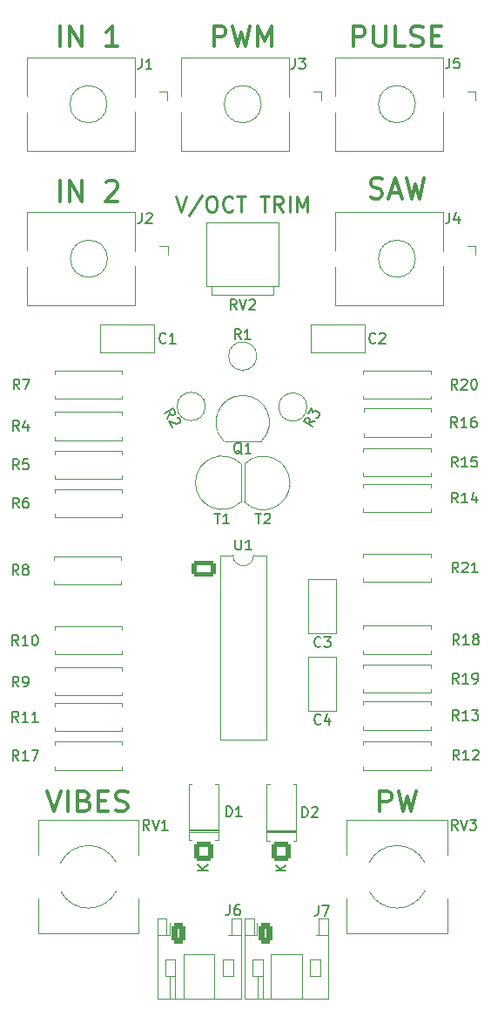
<source format=gbr>
%TF.GenerationSoftware,KiCad,Pcbnew,9.0.4*%
%TF.CreationDate,2026-02-02T18:02:09+11:00*%
%TF.ProjectId,VCO,56434f2e-6b69-4636-9164-5f7063625858,rev?*%
%TF.SameCoordinates,Original*%
%TF.FileFunction,Legend,Top*%
%TF.FilePolarity,Positive*%
%FSLAX46Y46*%
G04 Gerber Fmt 4.6, Leading zero omitted, Abs format (unit mm)*
G04 Created by KiCad (PCBNEW 9.0.4) date 2026-02-02 18:02:09*
%MOMM*%
%LPD*%
G01*
G04 APERTURE LIST*
G04 Aperture macros list*
%AMRoundRect*
0 Rectangle with rounded corners*
0 $1 Rounding radius*
0 $2 $3 $4 $5 $6 $7 $8 $9 X,Y pos of 4 corners*
0 Add a 4 corners polygon primitive as box body*
4,1,4,$2,$3,$4,$5,$6,$7,$8,$9,$2,$3,0*
0 Add four circle primitives for the rounded corners*
1,1,$1+$1,$2,$3*
1,1,$1+$1,$4,$5*
1,1,$1+$1,$6,$7*
1,1,$1+$1,$8,$9*
0 Add four rect primitives between the rounded corners*
20,1,$1+$1,$2,$3,$4,$5,0*
20,1,$1+$1,$4,$5,$6,$7,0*
20,1,$1+$1,$6,$7,$8,$9,0*
20,1,$1+$1,$8,$9,$2,$3,0*%
G04 Aperture macros list end*
%ADD10C,0.300000*%
%ADD11C,0.250000*%
%ADD12C,0.150000*%
%ADD13C,0.120000*%
%ADD14C,4.000000*%
%ADD15O,1.600000X2.400000*%
%ADD16R,1.350000X1.900000*%
%ADD17O,1.350000X1.900000*%
%ADD18C,1.600000*%
%ADD19R,2.000000X2.000000*%
%ADD20C,2.200000*%
%ADD21RoundRect,0.291666X-0.408334X-0.708334X0.408334X-0.708334X0.408334X0.708334X-0.408334X0.708334X0*%
%ADD22O,1.400000X2.000000*%
%ADD23RoundRect,0.250000X-0.950000X-0.550000X0.950000X-0.550000X0.950000X0.550000X-0.950000X0.550000X0*%
%ADD24O,2.400000X1.600000*%
%ADD25RoundRect,0.250000X0.650000X-0.650000X0.650000X0.650000X-0.650000X0.650000X-0.650000X-0.650000X0*%
%ADD26C,1.800000*%
%ADD27R,1.900000X1.350000*%
%ADD28O,1.900000X1.350000*%
G04 APERTURE END LIST*
D10*
X57238095Y-71909638D02*
X57238095Y-69909638D01*
X58190476Y-71909638D02*
X58190476Y-69909638D01*
X58190476Y-69909638D02*
X59333333Y-71909638D01*
X59333333Y-71909638D02*
X59333333Y-69909638D01*
X61714286Y-70100114D02*
X61809524Y-70004876D01*
X61809524Y-70004876D02*
X62000000Y-69909638D01*
X62000000Y-69909638D02*
X62476191Y-69909638D01*
X62476191Y-69909638D02*
X62666667Y-70004876D01*
X62666667Y-70004876D02*
X62761905Y-70100114D01*
X62761905Y-70100114D02*
X62857143Y-70290590D01*
X62857143Y-70290590D02*
X62857143Y-70481066D01*
X62857143Y-70481066D02*
X62761905Y-70766780D01*
X62761905Y-70766780D02*
X61619048Y-71909638D01*
X61619048Y-71909638D02*
X62857143Y-71909638D01*
X72190476Y-56909638D02*
X72190476Y-54909638D01*
X72190476Y-54909638D02*
X72952381Y-54909638D01*
X72952381Y-54909638D02*
X73142857Y-55004876D01*
X73142857Y-55004876D02*
X73238095Y-55100114D01*
X73238095Y-55100114D02*
X73333333Y-55290590D01*
X73333333Y-55290590D02*
X73333333Y-55576304D01*
X73333333Y-55576304D02*
X73238095Y-55766780D01*
X73238095Y-55766780D02*
X73142857Y-55862019D01*
X73142857Y-55862019D02*
X72952381Y-55957257D01*
X72952381Y-55957257D02*
X72190476Y-55957257D01*
X74000000Y-54909638D02*
X74476190Y-56909638D01*
X74476190Y-56909638D02*
X74857143Y-55481066D01*
X74857143Y-55481066D02*
X75238095Y-56909638D01*
X75238095Y-56909638D02*
X75714286Y-54909638D01*
X76476190Y-56909638D02*
X76476190Y-54909638D01*
X76476190Y-54909638D02*
X77142857Y-56338209D01*
X77142857Y-56338209D02*
X77809523Y-54909638D01*
X77809523Y-54909638D02*
X77809523Y-56909638D01*
X87428571Y-71564400D02*
X87714285Y-71659638D01*
X87714285Y-71659638D02*
X88190476Y-71659638D01*
X88190476Y-71659638D02*
X88380952Y-71564400D01*
X88380952Y-71564400D02*
X88476190Y-71469161D01*
X88476190Y-71469161D02*
X88571428Y-71278685D01*
X88571428Y-71278685D02*
X88571428Y-71088209D01*
X88571428Y-71088209D02*
X88476190Y-70897733D01*
X88476190Y-70897733D02*
X88380952Y-70802495D01*
X88380952Y-70802495D02*
X88190476Y-70707257D01*
X88190476Y-70707257D02*
X87809523Y-70612019D01*
X87809523Y-70612019D02*
X87619047Y-70516780D01*
X87619047Y-70516780D02*
X87523809Y-70421542D01*
X87523809Y-70421542D02*
X87428571Y-70231066D01*
X87428571Y-70231066D02*
X87428571Y-70040590D01*
X87428571Y-70040590D02*
X87523809Y-69850114D01*
X87523809Y-69850114D02*
X87619047Y-69754876D01*
X87619047Y-69754876D02*
X87809523Y-69659638D01*
X87809523Y-69659638D02*
X88285714Y-69659638D01*
X88285714Y-69659638D02*
X88571428Y-69754876D01*
X89333333Y-71088209D02*
X90285714Y-71088209D01*
X89142857Y-71659638D02*
X89809523Y-69659638D01*
X89809523Y-69659638D02*
X90476190Y-71659638D01*
X90952381Y-69659638D02*
X91428571Y-71659638D01*
X91428571Y-71659638D02*
X91809524Y-70231066D01*
X91809524Y-70231066D02*
X92190476Y-71659638D01*
X92190476Y-71659638D02*
X92666667Y-69659638D01*
X56000000Y-129159638D02*
X56666666Y-131159638D01*
X56666666Y-131159638D02*
X57333333Y-129159638D01*
X58000000Y-131159638D02*
X58000000Y-129159638D01*
X59619048Y-130112019D02*
X59904762Y-130207257D01*
X59904762Y-130207257D02*
X60000000Y-130302495D01*
X60000000Y-130302495D02*
X60095238Y-130492971D01*
X60095238Y-130492971D02*
X60095238Y-130778685D01*
X60095238Y-130778685D02*
X60000000Y-130969161D01*
X60000000Y-130969161D02*
X59904762Y-131064400D01*
X59904762Y-131064400D02*
X59714286Y-131159638D01*
X59714286Y-131159638D02*
X58952381Y-131159638D01*
X58952381Y-131159638D02*
X58952381Y-129159638D01*
X58952381Y-129159638D02*
X59619048Y-129159638D01*
X59619048Y-129159638D02*
X59809524Y-129254876D01*
X59809524Y-129254876D02*
X59904762Y-129350114D01*
X59904762Y-129350114D02*
X60000000Y-129540590D01*
X60000000Y-129540590D02*
X60000000Y-129731066D01*
X60000000Y-129731066D02*
X59904762Y-129921542D01*
X59904762Y-129921542D02*
X59809524Y-130016780D01*
X59809524Y-130016780D02*
X59619048Y-130112019D01*
X59619048Y-130112019D02*
X58952381Y-130112019D01*
X60952381Y-130112019D02*
X61619048Y-130112019D01*
X61904762Y-131159638D02*
X60952381Y-131159638D01*
X60952381Y-131159638D02*
X60952381Y-129159638D01*
X60952381Y-129159638D02*
X61904762Y-129159638D01*
X62666667Y-131064400D02*
X62952381Y-131159638D01*
X62952381Y-131159638D02*
X63428572Y-131159638D01*
X63428572Y-131159638D02*
X63619048Y-131064400D01*
X63619048Y-131064400D02*
X63714286Y-130969161D01*
X63714286Y-130969161D02*
X63809524Y-130778685D01*
X63809524Y-130778685D02*
X63809524Y-130588209D01*
X63809524Y-130588209D02*
X63714286Y-130397733D01*
X63714286Y-130397733D02*
X63619048Y-130302495D01*
X63619048Y-130302495D02*
X63428572Y-130207257D01*
X63428572Y-130207257D02*
X63047619Y-130112019D01*
X63047619Y-130112019D02*
X62857143Y-130016780D01*
X62857143Y-130016780D02*
X62761905Y-129921542D01*
X62761905Y-129921542D02*
X62666667Y-129731066D01*
X62666667Y-129731066D02*
X62666667Y-129540590D01*
X62666667Y-129540590D02*
X62761905Y-129350114D01*
X62761905Y-129350114D02*
X62857143Y-129254876D01*
X62857143Y-129254876D02*
X63047619Y-129159638D01*
X63047619Y-129159638D02*
X63523810Y-129159638D01*
X63523810Y-129159638D02*
X63809524Y-129254876D01*
X85761904Y-56909638D02*
X85761904Y-54909638D01*
X85761904Y-54909638D02*
X86523809Y-54909638D01*
X86523809Y-54909638D02*
X86714285Y-55004876D01*
X86714285Y-55004876D02*
X86809523Y-55100114D01*
X86809523Y-55100114D02*
X86904761Y-55290590D01*
X86904761Y-55290590D02*
X86904761Y-55576304D01*
X86904761Y-55576304D02*
X86809523Y-55766780D01*
X86809523Y-55766780D02*
X86714285Y-55862019D01*
X86714285Y-55862019D02*
X86523809Y-55957257D01*
X86523809Y-55957257D02*
X85761904Y-55957257D01*
X87761904Y-54909638D02*
X87761904Y-56528685D01*
X87761904Y-56528685D02*
X87857142Y-56719161D01*
X87857142Y-56719161D02*
X87952380Y-56814400D01*
X87952380Y-56814400D02*
X88142856Y-56909638D01*
X88142856Y-56909638D02*
X88523809Y-56909638D01*
X88523809Y-56909638D02*
X88714285Y-56814400D01*
X88714285Y-56814400D02*
X88809523Y-56719161D01*
X88809523Y-56719161D02*
X88904761Y-56528685D01*
X88904761Y-56528685D02*
X88904761Y-54909638D01*
X90809523Y-56909638D02*
X89857142Y-56909638D01*
X89857142Y-56909638D02*
X89857142Y-54909638D01*
X91380952Y-56814400D02*
X91666666Y-56909638D01*
X91666666Y-56909638D02*
X92142857Y-56909638D01*
X92142857Y-56909638D02*
X92333333Y-56814400D01*
X92333333Y-56814400D02*
X92428571Y-56719161D01*
X92428571Y-56719161D02*
X92523809Y-56528685D01*
X92523809Y-56528685D02*
X92523809Y-56338209D01*
X92523809Y-56338209D02*
X92428571Y-56147733D01*
X92428571Y-56147733D02*
X92333333Y-56052495D01*
X92333333Y-56052495D02*
X92142857Y-55957257D01*
X92142857Y-55957257D02*
X91761904Y-55862019D01*
X91761904Y-55862019D02*
X91571428Y-55766780D01*
X91571428Y-55766780D02*
X91476190Y-55671542D01*
X91476190Y-55671542D02*
X91380952Y-55481066D01*
X91380952Y-55481066D02*
X91380952Y-55290590D01*
X91380952Y-55290590D02*
X91476190Y-55100114D01*
X91476190Y-55100114D02*
X91571428Y-55004876D01*
X91571428Y-55004876D02*
X91761904Y-54909638D01*
X91761904Y-54909638D02*
X92238095Y-54909638D01*
X92238095Y-54909638D02*
X92523809Y-55004876D01*
X93380952Y-55862019D02*
X94047619Y-55862019D01*
X94333333Y-56909638D02*
X93380952Y-56909638D01*
X93380952Y-56909638D02*
X93380952Y-54909638D01*
X93380952Y-54909638D02*
X94333333Y-54909638D01*
X57238095Y-56909638D02*
X57238095Y-54909638D01*
X58190476Y-56909638D02*
X58190476Y-54909638D01*
X58190476Y-54909638D02*
X59333333Y-56909638D01*
X59333333Y-56909638D02*
X59333333Y-54909638D01*
X62857143Y-56909638D02*
X61714286Y-56909638D01*
X62285714Y-56909638D02*
X62285714Y-54909638D01*
X62285714Y-54909638D02*
X62095238Y-55195352D01*
X62095238Y-55195352D02*
X61904762Y-55385828D01*
X61904762Y-55385828D02*
X61714286Y-55481066D01*
X88333333Y-131159638D02*
X88333333Y-129159638D01*
X88333333Y-129159638D02*
X89095238Y-129159638D01*
X89095238Y-129159638D02*
X89285714Y-129254876D01*
X89285714Y-129254876D02*
X89380952Y-129350114D01*
X89380952Y-129350114D02*
X89476190Y-129540590D01*
X89476190Y-129540590D02*
X89476190Y-129826304D01*
X89476190Y-129826304D02*
X89380952Y-130016780D01*
X89380952Y-130016780D02*
X89285714Y-130112019D01*
X89285714Y-130112019D02*
X89095238Y-130207257D01*
X89095238Y-130207257D02*
X88333333Y-130207257D01*
X90142857Y-129159638D02*
X90619047Y-131159638D01*
X90619047Y-131159638D02*
X91000000Y-129731066D01*
X91000000Y-129731066D02*
X91380952Y-131159638D01*
X91380952Y-131159638D02*
X91857143Y-129159638D01*
D11*
X68500000Y-71430928D02*
X69000000Y-72930928D01*
X69000000Y-72930928D02*
X69500000Y-71430928D01*
X71071428Y-71359500D02*
X69785714Y-73288071D01*
X71857143Y-71430928D02*
X72142857Y-71430928D01*
X72142857Y-71430928D02*
X72285714Y-71502357D01*
X72285714Y-71502357D02*
X72428571Y-71645214D01*
X72428571Y-71645214D02*
X72500000Y-71930928D01*
X72500000Y-71930928D02*
X72500000Y-72430928D01*
X72500000Y-72430928D02*
X72428571Y-72716642D01*
X72428571Y-72716642D02*
X72285714Y-72859500D01*
X72285714Y-72859500D02*
X72142857Y-72930928D01*
X72142857Y-72930928D02*
X71857143Y-72930928D01*
X71857143Y-72930928D02*
X71714286Y-72859500D01*
X71714286Y-72859500D02*
X71571428Y-72716642D01*
X71571428Y-72716642D02*
X71500000Y-72430928D01*
X71500000Y-72430928D02*
X71500000Y-71930928D01*
X71500000Y-71930928D02*
X71571428Y-71645214D01*
X71571428Y-71645214D02*
X71714286Y-71502357D01*
X71714286Y-71502357D02*
X71857143Y-71430928D01*
X74000000Y-72788071D02*
X73928572Y-72859500D01*
X73928572Y-72859500D02*
X73714286Y-72930928D01*
X73714286Y-72930928D02*
X73571429Y-72930928D01*
X73571429Y-72930928D02*
X73357143Y-72859500D01*
X73357143Y-72859500D02*
X73214286Y-72716642D01*
X73214286Y-72716642D02*
X73142857Y-72573785D01*
X73142857Y-72573785D02*
X73071429Y-72288071D01*
X73071429Y-72288071D02*
X73071429Y-72073785D01*
X73071429Y-72073785D02*
X73142857Y-71788071D01*
X73142857Y-71788071D02*
X73214286Y-71645214D01*
X73214286Y-71645214D02*
X73357143Y-71502357D01*
X73357143Y-71502357D02*
X73571429Y-71430928D01*
X73571429Y-71430928D02*
X73714286Y-71430928D01*
X73714286Y-71430928D02*
X73928572Y-71502357D01*
X73928572Y-71502357D02*
X74000000Y-71573785D01*
X74428572Y-71430928D02*
X75285715Y-71430928D01*
X74857143Y-72930928D02*
X74857143Y-71430928D01*
X76714286Y-71430928D02*
X77571429Y-71430928D01*
X77142857Y-72930928D02*
X77142857Y-71430928D01*
X78928571Y-72930928D02*
X78428571Y-72216642D01*
X78071428Y-72930928D02*
X78071428Y-71430928D01*
X78071428Y-71430928D02*
X78642857Y-71430928D01*
X78642857Y-71430928D02*
X78785714Y-71502357D01*
X78785714Y-71502357D02*
X78857143Y-71573785D01*
X78857143Y-71573785D02*
X78928571Y-71716642D01*
X78928571Y-71716642D02*
X78928571Y-71930928D01*
X78928571Y-71930928D02*
X78857143Y-72073785D01*
X78857143Y-72073785D02*
X78785714Y-72145214D01*
X78785714Y-72145214D02*
X78642857Y-72216642D01*
X78642857Y-72216642D02*
X78071428Y-72216642D01*
X79571428Y-72930928D02*
X79571428Y-71430928D01*
X80285714Y-72930928D02*
X80285714Y-71430928D01*
X80285714Y-71430928D02*
X80785714Y-72502357D01*
X80785714Y-72502357D02*
X81285714Y-71430928D01*
X81285714Y-71430928D02*
X81285714Y-72930928D01*
D12*
X95904761Y-132954819D02*
X95571428Y-132478628D01*
X95333333Y-132954819D02*
X95333333Y-131954819D01*
X95333333Y-131954819D02*
X95714285Y-131954819D01*
X95714285Y-131954819D02*
X95809523Y-132002438D01*
X95809523Y-132002438D02*
X95857142Y-132050057D01*
X95857142Y-132050057D02*
X95904761Y-132145295D01*
X95904761Y-132145295D02*
X95904761Y-132288152D01*
X95904761Y-132288152D02*
X95857142Y-132383390D01*
X95857142Y-132383390D02*
X95809523Y-132431009D01*
X95809523Y-132431009D02*
X95714285Y-132478628D01*
X95714285Y-132478628D02*
X95333333Y-132478628D01*
X96190476Y-131954819D02*
X96523809Y-132954819D01*
X96523809Y-132954819D02*
X96857142Y-131954819D01*
X97095238Y-131954819D02*
X97714285Y-131954819D01*
X97714285Y-131954819D02*
X97380952Y-132335771D01*
X97380952Y-132335771D02*
X97523809Y-132335771D01*
X97523809Y-132335771D02*
X97619047Y-132383390D01*
X97619047Y-132383390D02*
X97666666Y-132431009D01*
X97666666Y-132431009D02*
X97714285Y-132526247D01*
X97714285Y-132526247D02*
X97714285Y-132764342D01*
X97714285Y-132764342D02*
X97666666Y-132859580D01*
X97666666Y-132859580D02*
X97619047Y-132907200D01*
X97619047Y-132907200D02*
X97523809Y-132954819D01*
X97523809Y-132954819D02*
X97238095Y-132954819D01*
X97238095Y-132954819D02*
X97142857Y-132907200D01*
X97142857Y-132907200D02*
X97095238Y-132859580D01*
X74914761Y-96470057D02*
X74819523Y-96422438D01*
X74819523Y-96422438D02*
X74724285Y-96327200D01*
X74724285Y-96327200D02*
X74581428Y-96184342D01*
X74581428Y-96184342D02*
X74486190Y-96136723D01*
X74486190Y-96136723D02*
X74390952Y-96136723D01*
X74438571Y-96374819D02*
X74343333Y-96327200D01*
X74343333Y-96327200D02*
X74248095Y-96231961D01*
X74248095Y-96231961D02*
X74200476Y-96041485D01*
X74200476Y-96041485D02*
X74200476Y-95708152D01*
X74200476Y-95708152D02*
X74248095Y-95517676D01*
X74248095Y-95517676D02*
X74343333Y-95422438D01*
X74343333Y-95422438D02*
X74438571Y-95374819D01*
X74438571Y-95374819D02*
X74629047Y-95374819D01*
X74629047Y-95374819D02*
X74724285Y-95422438D01*
X74724285Y-95422438D02*
X74819523Y-95517676D01*
X74819523Y-95517676D02*
X74867142Y-95708152D01*
X74867142Y-95708152D02*
X74867142Y-96041485D01*
X74867142Y-96041485D02*
X74819523Y-96231961D01*
X74819523Y-96231961D02*
X74724285Y-96327200D01*
X74724285Y-96327200D02*
X74629047Y-96374819D01*
X74629047Y-96374819D02*
X74438571Y-96374819D01*
X75819523Y-96374819D02*
X75248095Y-96374819D01*
X75533809Y-96374819D02*
X75533809Y-95374819D01*
X75533809Y-95374819D02*
X75438571Y-95517676D01*
X75438571Y-95517676D02*
X75343333Y-95612914D01*
X75343333Y-95612914D02*
X75248095Y-95660533D01*
X53283333Y-90179819D02*
X52950000Y-89703628D01*
X52711905Y-90179819D02*
X52711905Y-89179819D01*
X52711905Y-89179819D02*
X53092857Y-89179819D01*
X53092857Y-89179819D02*
X53188095Y-89227438D01*
X53188095Y-89227438D02*
X53235714Y-89275057D01*
X53235714Y-89275057D02*
X53283333Y-89370295D01*
X53283333Y-89370295D02*
X53283333Y-89513152D01*
X53283333Y-89513152D02*
X53235714Y-89608390D01*
X53235714Y-89608390D02*
X53188095Y-89656009D01*
X53188095Y-89656009D02*
X53092857Y-89703628D01*
X53092857Y-89703628D02*
X52711905Y-89703628D01*
X53616667Y-89179819D02*
X54283333Y-89179819D01*
X54283333Y-89179819D02*
X53854762Y-90179819D01*
X53233333Y-97954819D02*
X52900000Y-97478628D01*
X52661905Y-97954819D02*
X52661905Y-96954819D01*
X52661905Y-96954819D02*
X53042857Y-96954819D01*
X53042857Y-96954819D02*
X53138095Y-97002438D01*
X53138095Y-97002438D02*
X53185714Y-97050057D01*
X53185714Y-97050057D02*
X53233333Y-97145295D01*
X53233333Y-97145295D02*
X53233333Y-97288152D01*
X53233333Y-97288152D02*
X53185714Y-97383390D01*
X53185714Y-97383390D02*
X53138095Y-97431009D01*
X53138095Y-97431009D02*
X53042857Y-97478628D01*
X53042857Y-97478628D02*
X52661905Y-97478628D01*
X54138095Y-96954819D02*
X53661905Y-96954819D01*
X53661905Y-96954819D02*
X53614286Y-97431009D01*
X53614286Y-97431009D02*
X53661905Y-97383390D01*
X53661905Y-97383390D02*
X53757143Y-97335771D01*
X53757143Y-97335771D02*
X53995238Y-97335771D01*
X53995238Y-97335771D02*
X54090476Y-97383390D01*
X54090476Y-97383390D02*
X54138095Y-97431009D01*
X54138095Y-97431009D02*
X54185714Y-97526247D01*
X54185714Y-97526247D02*
X54185714Y-97764342D01*
X54185714Y-97764342D02*
X54138095Y-97859580D01*
X54138095Y-97859580D02*
X54090476Y-97907200D01*
X54090476Y-97907200D02*
X53995238Y-97954819D01*
X53995238Y-97954819D02*
X53757143Y-97954819D01*
X53757143Y-97954819D02*
X53661905Y-97907200D01*
X53661905Y-97907200D02*
X53614286Y-97859580D01*
X80091666Y-58054819D02*
X80091666Y-58769104D01*
X80091666Y-58769104D02*
X80044047Y-58911961D01*
X80044047Y-58911961D02*
X79948809Y-59007200D01*
X79948809Y-59007200D02*
X79805952Y-59054819D01*
X79805952Y-59054819D02*
X79710714Y-59054819D01*
X80472619Y-58054819D02*
X81091666Y-58054819D01*
X81091666Y-58054819D02*
X80758333Y-58435771D01*
X80758333Y-58435771D02*
X80901190Y-58435771D01*
X80901190Y-58435771D02*
X80996428Y-58483390D01*
X80996428Y-58483390D02*
X81044047Y-58531009D01*
X81044047Y-58531009D02*
X81091666Y-58626247D01*
X81091666Y-58626247D02*
X81091666Y-58864342D01*
X81091666Y-58864342D02*
X81044047Y-58959580D01*
X81044047Y-58959580D02*
X80996428Y-59007200D01*
X80996428Y-59007200D02*
X80901190Y-59054819D01*
X80901190Y-59054819D02*
X80615476Y-59054819D01*
X80615476Y-59054819D02*
X80520238Y-59007200D01*
X80520238Y-59007200D02*
X80472619Y-58959580D01*
X73741666Y-140229819D02*
X73741666Y-140944104D01*
X73741666Y-140944104D02*
X73694047Y-141086961D01*
X73694047Y-141086961D02*
X73598809Y-141182200D01*
X73598809Y-141182200D02*
X73455952Y-141229819D01*
X73455952Y-141229819D02*
X73360714Y-141229819D01*
X74646428Y-140229819D02*
X74455952Y-140229819D01*
X74455952Y-140229819D02*
X74360714Y-140277438D01*
X74360714Y-140277438D02*
X74313095Y-140325057D01*
X74313095Y-140325057D02*
X74217857Y-140467914D01*
X74217857Y-140467914D02*
X74170238Y-140658390D01*
X74170238Y-140658390D02*
X74170238Y-141039342D01*
X74170238Y-141039342D02*
X74217857Y-141134580D01*
X74217857Y-141134580D02*
X74265476Y-141182200D01*
X74265476Y-141182200D02*
X74360714Y-141229819D01*
X74360714Y-141229819D02*
X74551190Y-141229819D01*
X74551190Y-141229819D02*
X74646428Y-141182200D01*
X74646428Y-141182200D02*
X74694047Y-141134580D01*
X74694047Y-141134580D02*
X74741666Y-141039342D01*
X74741666Y-141039342D02*
X74741666Y-140801247D01*
X74741666Y-140801247D02*
X74694047Y-140706009D01*
X74694047Y-140706009D02*
X74646428Y-140658390D01*
X74646428Y-140658390D02*
X74551190Y-140610771D01*
X74551190Y-140610771D02*
X74360714Y-140610771D01*
X74360714Y-140610771D02*
X74265476Y-140658390D01*
X74265476Y-140658390D02*
X74217857Y-140706009D01*
X74217857Y-140706009D02*
X74170238Y-140801247D01*
X95957142Y-107964819D02*
X95623809Y-107488628D01*
X95385714Y-107964819D02*
X95385714Y-106964819D01*
X95385714Y-106964819D02*
X95766666Y-106964819D01*
X95766666Y-106964819D02*
X95861904Y-107012438D01*
X95861904Y-107012438D02*
X95909523Y-107060057D01*
X95909523Y-107060057D02*
X95957142Y-107155295D01*
X95957142Y-107155295D02*
X95957142Y-107298152D01*
X95957142Y-107298152D02*
X95909523Y-107393390D01*
X95909523Y-107393390D02*
X95861904Y-107441009D01*
X95861904Y-107441009D02*
X95766666Y-107488628D01*
X95766666Y-107488628D02*
X95385714Y-107488628D01*
X96338095Y-107060057D02*
X96385714Y-107012438D01*
X96385714Y-107012438D02*
X96480952Y-106964819D01*
X96480952Y-106964819D02*
X96719047Y-106964819D01*
X96719047Y-106964819D02*
X96814285Y-107012438D01*
X96814285Y-107012438D02*
X96861904Y-107060057D01*
X96861904Y-107060057D02*
X96909523Y-107155295D01*
X96909523Y-107155295D02*
X96909523Y-107250533D01*
X96909523Y-107250533D02*
X96861904Y-107393390D01*
X96861904Y-107393390D02*
X96290476Y-107964819D01*
X96290476Y-107964819D02*
X96909523Y-107964819D01*
X97861904Y-107964819D02*
X97290476Y-107964819D01*
X97576190Y-107964819D02*
X97576190Y-106964819D01*
X97576190Y-106964819D02*
X97480952Y-107107676D01*
X97480952Y-107107676D02*
X97385714Y-107202914D01*
X97385714Y-107202914D02*
X97290476Y-107250533D01*
X82583333Y-115109580D02*
X82535714Y-115157200D01*
X82535714Y-115157200D02*
X82392857Y-115204819D01*
X82392857Y-115204819D02*
X82297619Y-115204819D01*
X82297619Y-115204819D02*
X82154762Y-115157200D01*
X82154762Y-115157200D02*
X82059524Y-115061961D01*
X82059524Y-115061961D02*
X82011905Y-114966723D01*
X82011905Y-114966723D02*
X81964286Y-114776247D01*
X81964286Y-114776247D02*
X81964286Y-114633390D01*
X81964286Y-114633390D02*
X82011905Y-114442914D01*
X82011905Y-114442914D02*
X82059524Y-114347676D01*
X82059524Y-114347676D02*
X82154762Y-114252438D01*
X82154762Y-114252438D02*
X82297619Y-114204819D01*
X82297619Y-114204819D02*
X82392857Y-114204819D01*
X82392857Y-114204819D02*
X82535714Y-114252438D01*
X82535714Y-114252438D02*
X82583333Y-114300057D01*
X82916667Y-114204819D02*
X83535714Y-114204819D01*
X83535714Y-114204819D02*
X83202381Y-114585771D01*
X83202381Y-114585771D02*
X83345238Y-114585771D01*
X83345238Y-114585771D02*
X83440476Y-114633390D01*
X83440476Y-114633390D02*
X83488095Y-114681009D01*
X83488095Y-114681009D02*
X83535714Y-114776247D01*
X83535714Y-114776247D02*
X83535714Y-115014342D01*
X83535714Y-115014342D02*
X83488095Y-115109580D01*
X83488095Y-115109580D02*
X83440476Y-115157200D01*
X83440476Y-115157200D02*
X83345238Y-115204819D01*
X83345238Y-115204819D02*
X83059524Y-115204819D01*
X83059524Y-115204819D02*
X82964286Y-115157200D01*
X82964286Y-115157200D02*
X82916667Y-115109580D01*
X82060551Y-93321746D02*
X81481492Y-93372326D01*
X81774837Y-93816618D02*
X80908812Y-93316618D01*
X80908812Y-93316618D02*
X81099288Y-92986703D01*
X81099288Y-92986703D02*
X81188146Y-92928034D01*
X81188146Y-92928034D02*
X81253195Y-92910605D01*
X81253195Y-92910605D02*
X81359483Y-92916984D01*
X81359483Y-92916984D02*
X81483201Y-92988413D01*
X81483201Y-92988413D02*
X81541870Y-93077271D01*
X81541870Y-93077271D02*
X81559300Y-93142320D01*
X81559300Y-93142320D02*
X81552920Y-93248608D01*
X81552920Y-93248608D02*
X81362444Y-93578523D01*
X81361193Y-92533071D02*
X81670716Y-91996960D01*
X81670716Y-91996960D02*
X81833964Y-92476111D01*
X81833964Y-92476111D02*
X81905393Y-92352393D01*
X81905393Y-92352393D02*
X81994251Y-92293724D01*
X81994251Y-92293724D02*
X82059300Y-92276295D01*
X82059300Y-92276295D02*
X82165588Y-92282674D01*
X82165588Y-92282674D02*
X82371785Y-92401722D01*
X82371785Y-92401722D02*
X82430454Y-92490580D01*
X82430454Y-92490580D02*
X82447883Y-92555629D01*
X82447883Y-92555629D02*
X82441504Y-92661917D01*
X82441504Y-92661917D02*
X82298646Y-92909353D01*
X82298646Y-92909353D02*
X82209788Y-92968022D01*
X82209788Y-92968022D02*
X82144739Y-92985452D01*
X65166666Y-58079819D02*
X65166666Y-58794104D01*
X65166666Y-58794104D02*
X65119047Y-58936961D01*
X65119047Y-58936961D02*
X65023809Y-59032200D01*
X65023809Y-59032200D02*
X64880952Y-59079819D01*
X64880952Y-59079819D02*
X64785714Y-59079819D01*
X66166666Y-59079819D02*
X65595238Y-59079819D01*
X65880952Y-59079819D02*
X65880952Y-58079819D01*
X65880952Y-58079819D02*
X65785714Y-58222676D01*
X65785714Y-58222676D02*
X65690476Y-58317914D01*
X65690476Y-58317914D02*
X65595238Y-58365533D01*
X95877142Y-90194819D02*
X95543809Y-89718628D01*
X95305714Y-90194819D02*
X95305714Y-89194819D01*
X95305714Y-89194819D02*
X95686666Y-89194819D01*
X95686666Y-89194819D02*
X95781904Y-89242438D01*
X95781904Y-89242438D02*
X95829523Y-89290057D01*
X95829523Y-89290057D02*
X95877142Y-89385295D01*
X95877142Y-89385295D02*
X95877142Y-89528152D01*
X95877142Y-89528152D02*
X95829523Y-89623390D01*
X95829523Y-89623390D02*
X95781904Y-89671009D01*
X95781904Y-89671009D02*
X95686666Y-89718628D01*
X95686666Y-89718628D02*
X95305714Y-89718628D01*
X96258095Y-89290057D02*
X96305714Y-89242438D01*
X96305714Y-89242438D02*
X96400952Y-89194819D01*
X96400952Y-89194819D02*
X96639047Y-89194819D01*
X96639047Y-89194819D02*
X96734285Y-89242438D01*
X96734285Y-89242438D02*
X96781904Y-89290057D01*
X96781904Y-89290057D02*
X96829523Y-89385295D01*
X96829523Y-89385295D02*
X96829523Y-89480533D01*
X96829523Y-89480533D02*
X96781904Y-89623390D01*
X96781904Y-89623390D02*
X96210476Y-90194819D01*
X96210476Y-90194819D02*
X96829523Y-90194819D01*
X97448571Y-89194819D02*
X97543809Y-89194819D01*
X97543809Y-89194819D02*
X97639047Y-89242438D01*
X97639047Y-89242438D02*
X97686666Y-89290057D01*
X97686666Y-89290057D02*
X97734285Y-89385295D01*
X97734285Y-89385295D02*
X97781904Y-89575771D01*
X97781904Y-89575771D02*
X97781904Y-89813866D01*
X97781904Y-89813866D02*
X97734285Y-90004342D01*
X97734285Y-90004342D02*
X97686666Y-90099580D01*
X97686666Y-90099580D02*
X97639047Y-90147200D01*
X97639047Y-90147200D02*
X97543809Y-90194819D01*
X97543809Y-90194819D02*
X97448571Y-90194819D01*
X97448571Y-90194819D02*
X97353333Y-90147200D01*
X97353333Y-90147200D02*
X97305714Y-90099580D01*
X97305714Y-90099580D02*
X97258095Y-90004342D01*
X97258095Y-90004342D02*
X97210476Y-89813866D01*
X97210476Y-89813866D02*
X97210476Y-89575771D01*
X97210476Y-89575771D02*
X97258095Y-89385295D01*
X97258095Y-89385295D02*
X97305714Y-89290057D01*
X97305714Y-89290057D02*
X97353333Y-89242438D01*
X97353333Y-89242438D02*
X97448571Y-89194819D01*
X53182142Y-122454819D02*
X52848809Y-121978628D01*
X52610714Y-122454819D02*
X52610714Y-121454819D01*
X52610714Y-121454819D02*
X52991666Y-121454819D01*
X52991666Y-121454819D02*
X53086904Y-121502438D01*
X53086904Y-121502438D02*
X53134523Y-121550057D01*
X53134523Y-121550057D02*
X53182142Y-121645295D01*
X53182142Y-121645295D02*
X53182142Y-121788152D01*
X53182142Y-121788152D02*
X53134523Y-121883390D01*
X53134523Y-121883390D02*
X53086904Y-121931009D01*
X53086904Y-121931009D02*
X52991666Y-121978628D01*
X52991666Y-121978628D02*
X52610714Y-121978628D01*
X54134523Y-122454819D02*
X53563095Y-122454819D01*
X53848809Y-122454819D02*
X53848809Y-121454819D01*
X53848809Y-121454819D02*
X53753571Y-121597676D01*
X53753571Y-121597676D02*
X53658333Y-121692914D01*
X53658333Y-121692914D02*
X53563095Y-121740533D01*
X55086904Y-122454819D02*
X54515476Y-122454819D01*
X54801190Y-122454819D02*
X54801190Y-121454819D01*
X54801190Y-121454819D02*
X54705952Y-121597676D01*
X54705952Y-121597676D02*
X54610714Y-121692914D01*
X54610714Y-121692914D02*
X54515476Y-121740533D01*
X96047142Y-126174819D02*
X95713809Y-125698628D01*
X95475714Y-126174819D02*
X95475714Y-125174819D01*
X95475714Y-125174819D02*
X95856666Y-125174819D01*
X95856666Y-125174819D02*
X95951904Y-125222438D01*
X95951904Y-125222438D02*
X95999523Y-125270057D01*
X95999523Y-125270057D02*
X96047142Y-125365295D01*
X96047142Y-125365295D02*
X96047142Y-125508152D01*
X96047142Y-125508152D02*
X95999523Y-125603390D01*
X95999523Y-125603390D02*
X95951904Y-125651009D01*
X95951904Y-125651009D02*
X95856666Y-125698628D01*
X95856666Y-125698628D02*
X95475714Y-125698628D01*
X96999523Y-126174819D02*
X96428095Y-126174819D01*
X96713809Y-126174819D02*
X96713809Y-125174819D01*
X96713809Y-125174819D02*
X96618571Y-125317676D01*
X96618571Y-125317676D02*
X96523333Y-125412914D01*
X96523333Y-125412914D02*
X96428095Y-125460533D01*
X97380476Y-125270057D02*
X97428095Y-125222438D01*
X97428095Y-125222438D02*
X97523333Y-125174819D01*
X97523333Y-125174819D02*
X97761428Y-125174819D01*
X97761428Y-125174819D02*
X97856666Y-125222438D01*
X97856666Y-125222438D02*
X97904285Y-125270057D01*
X97904285Y-125270057D02*
X97951904Y-125365295D01*
X97951904Y-125365295D02*
X97951904Y-125460533D01*
X97951904Y-125460533D02*
X97904285Y-125603390D01*
X97904285Y-125603390D02*
X97332857Y-126174819D01*
X97332857Y-126174819D02*
X97951904Y-126174819D01*
X67523333Y-85619580D02*
X67475714Y-85667200D01*
X67475714Y-85667200D02*
X67332857Y-85714819D01*
X67332857Y-85714819D02*
X67237619Y-85714819D01*
X67237619Y-85714819D02*
X67094762Y-85667200D01*
X67094762Y-85667200D02*
X66999524Y-85571961D01*
X66999524Y-85571961D02*
X66951905Y-85476723D01*
X66951905Y-85476723D02*
X66904286Y-85286247D01*
X66904286Y-85286247D02*
X66904286Y-85143390D01*
X66904286Y-85143390D02*
X66951905Y-84952914D01*
X66951905Y-84952914D02*
X66999524Y-84857676D01*
X66999524Y-84857676D02*
X67094762Y-84762438D01*
X67094762Y-84762438D02*
X67237619Y-84714819D01*
X67237619Y-84714819D02*
X67332857Y-84714819D01*
X67332857Y-84714819D02*
X67475714Y-84762438D01*
X67475714Y-84762438D02*
X67523333Y-84810057D01*
X68475714Y-85714819D02*
X67904286Y-85714819D01*
X68190000Y-85714819D02*
X68190000Y-84714819D01*
X68190000Y-84714819D02*
X68094762Y-84857676D01*
X68094762Y-84857676D02*
X67999524Y-84952914D01*
X67999524Y-84952914D02*
X67904286Y-85000533D01*
X95857142Y-93879819D02*
X95523809Y-93403628D01*
X95285714Y-93879819D02*
X95285714Y-92879819D01*
X95285714Y-92879819D02*
X95666666Y-92879819D01*
X95666666Y-92879819D02*
X95761904Y-92927438D01*
X95761904Y-92927438D02*
X95809523Y-92975057D01*
X95809523Y-92975057D02*
X95857142Y-93070295D01*
X95857142Y-93070295D02*
X95857142Y-93213152D01*
X95857142Y-93213152D02*
X95809523Y-93308390D01*
X95809523Y-93308390D02*
X95761904Y-93356009D01*
X95761904Y-93356009D02*
X95666666Y-93403628D01*
X95666666Y-93403628D02*
X95285714Y-93403628D01*
X96809523Y-93879819D02*
X96238095Y-93879819D01*
X96523809Y-93879819D02*
X96523809Y-92879819D01*
X96523809Y-92879819D02*
X96428571Y-93022676D01*
X96428571Y-93022676D02*
X96333333Y-93117914D01*
X96333333Y-93117914D02*
X96238095Y-93165533D01*
X97666666Y-92879819D02*
X97476190Y-92879819D01*
X97476190Y-92879819D02*
X97380952Y-92927438D01*
X97380952Y-92927438D02*
X97333333Y-92975057D01*
X97333333Y-92975057D02*
X97238095Y-93117914D01*
X97238095Y-93117914D02*
X97190476Y-93308390D01*
X97190476Y-93308390D02*
X97190476Y-93689342D01*
X97190476Y-93689342D02*
X97238095Y-93784580D01*
X97238095Y-93784580D02*
X97285714Y-93832200D01*
X97285714Y-93832200D02*
X97380952Y-93879819D01*
X97380952Y-93879819D02*
X97571428Y-93879819D01*
X97571428Y-93879819D02*
X97666666Y-93832200D01*
X97666666Y-93832200D02*
X97714285Y-93784580D01*
X97714285Y-93784580D02*
X97761904Y-93689342D01*
X97761904Y-93689342D02*
X97761904Y-93451247D01*
X97761904Y-93451247D02*
X97714285Y-93356009D01*
X97714285Y-93356009D02*
X97666666Y-93308390D01*
X97666666Y-93308390D02*
X97571428Y-93260771D01*
X97571428Y-93260771D02*
X97380952Y-93260771D01*
X97380952Y-93260771D02*
X97285714Y-93308390D01*
X97285714Y-93308390D02*
X97238095Y-93356009D01*
X97238095Y-93356009D02*
X97190476Y-93451247D01*
X53208333Y-108204819D02*
X52875000Y-107728628D01*
X52636905Y-108204819D02*
X52636905Y-107204819D01*
X52636905Y-107204819D02*
X53017857Y-107204819D01*
X53017857Y-107204819D02*
X53113095Y-107252438D01*
X53113095Y-107252438D02*
X53160714Y-107300057D01*
X53160714Y-107300057D02*
X53208333Y-107395295D01*
X53208333Y-107395295D02*
X53208333Y-107538152D01*
X53208333Y-107538152D02*
X53160714Y-107633390D01*
X53160714Y-107633390D02*
X53113095Y-107681009D01*
X53113095Y-107681009D02*
X53017857Y-107728628D01*
X53017857Y-107728628D02*
X52636905Y-107728628D01*
X53779762Y-107633390D02*
X53684524Y-107585771D01*
X53684524Y-107585771D02*
X53636905Y-107538152D01*
X53636905Y-107538152D02*
X53589286Y-107442914D01*
X53589286Y-107442914D02*
X53589286Y-107395295D01*
X53589286Y-107395295D02*
X53636905Y-107300057D01*
X53636905Y-107300057D02*
X53684524Y-107252438D01*
X53684524Y-107252438D02*
X53779762Y-107204819D01*
X53779762Y-107204819D02*
X53970238Y-107204819D01*
X53970238Y-107204819D02*
X54065476Y-107252438D01*
X54065476Y-107252438D02*
X54113095Y-107300057D01*
X54113095Y-107300057D02*
X54160714Y-107395295D01*
X54160714Y-107395295D02*
X54160714Y-107442914D01*
X54160714Y-107442914D02*
X54113095Y-107538152D01*
X54113095Y-107538152D02*
X54065476Y-107585771D01*
X54065476Y-107585771D02*
X53970238Y-107633390D01*
X53970238Y-107633390D02*
X53779762Y-107633390D01*
X53779762Y-107633390D02*
X53684524Y-107681009D01*
X53684524Y-107681009D02*
X53636905Y-107728628D01*
X53636905Y-107728628D02*
X53589286Y-107823866D01*
X53589286Y-107823866D02*
X53589286Y-108014342D01*
X53589286Y-108014342D02*
X53636905Y-108109580D01*
X53636905Y-108109580D02*
X53684524Y-108157200D01*
X53684524Y-108157200D02*
X53779762Y-108204819D01*
X53779762Y-108204819D02*
X53970238Y-108204819D01*
X53970238Y-108204819D02*
X54065476Y-108157200D01*
X54065476Y-108157200D02*
X54113095Y-108109580D01*
X54113095Y-108109580D02*
X54160714Y-108014342D01*
X54160714Y-108014342D02*
X54160714Y-107823866D01*
X54160714Y-107823866D02*
X54113095Y-107728628D01*
X54113095Y-107728628D02*
X54065476Y-107681009D01*
X54065476Y-107681009D02*
X53970238Y-107633390D01*
X74298095Y-104754819D02*
X74298095Y-105564342D01*
X74298095Y-105564342D02*
X74345714Y-105659580D01*
X74345714Y-105659580D02*
X74393333Y-105707200D01*
X74393333Y-105707200D02*
X74488571Y-105754819D01*
X74488571Y-105754819D02*
X74679047Y-105754819D01*
X74679047Y-105754819D02*
X74774285Y-105707200D01*
X74774285Y-105707200D02*
X74821904Y-105659580D01*
X74821904Y-105659580D02*
X74869523Y-105564342D01*
X74869523Y-105564342D02*
X74869523Y-104754819D01*
X75869523Y-105754819D02*
X75298095Y-105754819D01*
X75583809Y-105754819D02*
X75583809Y-104754819D01*
X75583809Y-104754819D02*
X75488571Y-104897676D01*
X75488571Y-104897676D02*
X75393333Y-104992914D01*
X75393333Y-104992914D02*
X75298095Y-105040533D01*
X73391905Y-131654819D02*
X73391905Y-130654819D01*
X73391905Y-130654819D02*
X73630000Y-130654819D01*
X73630000Y-130654819D02*
X73772857Y-130702438D01*
X73772857Y-130702438D02*
X73868095Y-130797676D01*
X73868095Y-130797676D02*
X73915714Y-130892914D01*
X73915714Y-130892914D02*
X73963333Y-131083390D01*
X73963333Y-131083390D02*
X73963333Y-131226247D01*
X73963333Y-131226247D02*
X73915714Y-131416723D01*
X73915714Y-131416723D02*
X73868095Y-131511961D01*
X73868095Y-131511961D02*
X73772857Y-131607200D01*
X73772857Y-131607200D02*
X73630000Y-131654819D01*
X73630000Y-131654819D02*
X73391905Y-131654819D01*
X74915714Y-131654819D02*
X74344286Y-131654819D01*
X74630000Y-131654819D02*
X74630000Y-130654819D01*
X74630000Y-130654819D02*
X74534762Y-130797676D01*
X74534762Y-130797676D02*
X74439524Y-130892914D01*
X74439524Y-130892914D02*
X74344286Y-130940533D01*
X71654819Y-136861904D02*
X70654819Y-136861904D01*
X71654819Y-136290476D02*
X71083390Y-136719047D01*
X70654819Y-136290476D02*
X71226247Y-136861904D01*
X65904761Y-132954819D02*
X65571428Y-132478628D01*
X65333333Y-132954819D02*
X65333333Y-131954819D01*
X65333333Y-131954819D02*
X65714285Y-131954819D01*
X65714285Y-131954819D02*
X65809523Y-132002438D01*
X65809523Y-132002438D02*
X65857142Y-132050057D01*
X65857142Y-132050057D02*
X65904761Y-132145295D01*
X65904761Y-132145295D02*
X65904761Y-132288152D01*
X65904761Y-132288152D02*
X65857142Y-132383390D01*
X65857142Y-132383390D02*
X65809523Y-132431009D01*
X65809523Y-132431009D02*
X65714285Y-132478628D01*
X65714285Y-132478628D02*
X65333333Y-132478628D01*
X66190476Y-131954819D02*
X66523809Y-132954819D01*
X66523809Y-132954819D02*
X66857142Y-131954819D01*
X67714285Y-132954819D02*
X67142857Y-132954819D01*
X67428571Y-132954819D02*
X67428571Y-131954819D01*
X67428571Y-131954819D02*
X67333333Y-132097676D01*
X67333333Y-132097676D02*
X67238095Y-132192914D01*
X67238095Y-132192914D02*
X67142857Y-132240533D01*
X95987142Y-118724819D02*
X95653809Y-118248628D01*
X95415714Y-118724819D02*
X95415714Y-117724819D01*
X95415714Y-117724819D02*
X95796666Y-117724819D01*
X95796666Y-117724819D02*
X95891904Y-117772438D01*
X95891904Y-117772438D02*
X95939523Y-117820057D01*
X95939523Y-117820057D02*
X95987142Y-117915295D01*
X95987142Y-117915295D02*
X95987142Y-118058152D01*
X95987142Y-118058152D02*
X95939523Y-118153390D01*
X95939523Y-118153390D02*
X95891904Y-118201009D01*
X95891904Y-118201009D02*
X95796666Y-118248628D01*
X95796666Y-118248628D02*
X95415714Y-118248628D01*
X96939523Y-118724819D02*
X96368095Y-118724819D01*
X96653809Y-118724819D02*
X96653809Y-117724819D01*
X96653809Y-117724819D02*
X96558571Y-117867676D01*
X96558571Y-117867676D02*
X96463333Y-117962914D01*
X96463333Y-117962914D02*
X96368095Y-118010533D01*
X97415714Y-118724819D02*
X97606190Y-118724819D01*
X97606190Y-118724819D02*
X97701428Y-118677200D01*
X97701428Y-118677200D02*
X97749047Y-118629580D01*
X97749047Y-118629580D02*
X97844285Y-118486723D01*
X97844285Y-118486723D02*
X97891904Y-118296247D01*
X97891904Y-118296247D02*
X97891904Y-117915295D01*
X97891904Y-117915295D02*
X97844285Y-117820057D01*
X97844285Y-117820057D02*
X97796666Y-117772438D01*
X97796666Y-117772438D02*
X97701428Y-117724819D01*
X97701428Y-117724819D02*
X97510952Y-117724819D01*
X97510952Y-117724819D02*
X97415714Y-117772438D01*
X97415714Y-117772438D02*
X97368095Y-117820057D01*
X97368095Y-117820057D02*
X97320476Y-117915295D01*
X97320476Y-117915295D02*
X97320476Y-118153390D01*
X97320476Y-118153390D02*
X97368095Y-118248628D01*
X97368095Y-118248628D02*
X97415714Y-118296247D01*
X97415714Y-118296247D02*
X97510952Y-118343866D01*
X97510952Y-118343866D02*
X97701428Y-118343866D01*
X97701428Y-118343866D02*
X97796666Y-118296247D01*
X97796666Y-118296247D02*
X97844285Y-118248628D01*
X97844285Y-118248628D02*
X97891904Y-118153390D01*
X82583333Y-122609580D02*
X82535714Y-122657200D01*
X82535714Y-122657200D02*
X82392857Y-122704819D01*
X82392857Y-122704819D02*
X82297619Y-122704819D01*
X82297619Y-122704819D02*
X82154762Y-122657200D01*
X82154762Y-122657200D02*
X82059524Y-122561961D01*
X82059524Y-122561961D02*
X82011905Y-122466723D01*
X82011905Y-122466723D02*
X81964286Y-122276247D01*
X81964286Y-122276247D02*
X81964286Y-122133390D01*
X81964286Y-122133390D02*
X82011905Y-121942914D01*
X82011905Y-121942914D02*
X82059524Y-121847676D01*
X82059524Y-121847676D02*
X82154762Y-121752438D01*
X82154762Y-121752438D02*
X82297619Y-121704819D01*
X82297619Y-121704819D02*
X82392857Y-121704819D01*
X82392857Y-121704819D02*
X82535714Y-121752438D01*
X82535714Y-121752438D02*
X82583333Y-121800057D01*
X83440476Y-122038152D02*
X83440476Y-122704819D01*
X83202381Y-121657200D02*
X82964286Y-122371485D01*
X82964286Y-122371485D02*
X83583333Y-122371485D01*
X96017142Y-122304819D02*
X95683809Y-121828628D01*
X95445714Y-122304819D02*
X95445714Y-121304819D01*
X95445714Y-121304819D02*
X95826666Y-121304819D01*
X95826666Y-121304819D02*
X95921904Y-121352438D01*
X95921904Y-121352438D02*
X95969523Y-121400057D01*
X95969523Y-121400057D02*
X96017142Y-121495295D01*
X96017142Y-121495295D02*
X96017142Y-121638152D01*
X96017142Y-121638152D02*
X95969523Y-121733390D01*
X95969523Y-121733390D02*
X95921904Y-121781009D01*
X95921904Y-121781009D02*
X95826666Y-121828628D01*
X95826666Y-121828628D02*
X95445714Y-121828628D01*
X96969523Y-122304819D02*
X96398095Y-122304819D01*
X96683809Y-122304819D02*
X96683809Y-121304819D01*
X96683809Y-121304819D02*
X96588571Y-121447676D01*
X96588571Y-121447676D02*
X96493333Y-121542914D01*
X96493333Y-121542914D02*
X96398095Y-121590533D01*
X97302857Y-121304819D02*
X97921904Y-121304819D01*
X97921904Y-121304819D02*
X97588571Y-121685771D01*
X97588571Y-121685771D02*
X97731428Y-121685771D01*
X97731428Y-121685771D02*
X97826666Y-121733390D01*
X97826666Y-121733390D02*
X97874285Y-121781009D01*
X97874285Y-121781009D02*
X97921904Y-121876247D01*
X97921904Y-121876247D02*
X97921904Y-122114342D01*
X97921904Y-122114342D02*
X97874285Y-122209580D01*
X97874285Y-122209580D02*
X97826666Y-122257200D01*
X97826666Y-122257200D02*
X97731428Y-122304819D01*
X97731428Y-122304819D02*
X97445714Y-122304819D01*
X97445714Y-122304819D02*
X97350476Y-122257200D01*
X97350476Y-122257200D02*
X97302857Y-122209580D01*
X87923333Y-85609580D02*
X87875714Y-85657200D01*
X87875714Y-85657200D02*
X87732857Y-85704819D01*
X87732857Y-85704819D02*
X87637619Y-85704819D01*
X87637619Y-85704819D02*
X87494762Y-85657200D01*
X87494762Y-85657200D02*
X87399524Y-85561961D01*
X87399524Y-85561961D02*
X87351905Y-85466723D01*
X87351905Y-85466723D02*
X87304286Y-85276247D01*
X87304286Y-85276247D02*
X87304286Y-85133390D01*
X87304286Y-85133390D02*
X87351905Y-84942914D01*
X87351905Y-84942914D02*
X87399524Y-84847676D01*
X87399524Y-84847676D02*
X87494762Y-84752438D01*
X87494762Y-84752438D02*
X87637619Y-84704819D01*
X87637619Y-84704819D02*
X87732857Y-84704819D01*
X87732857Y-84704819D02*
X87875714Y-84752438D01*
X87875714Y-84752438D02*
X87923333Y-84800057D01*
X88304286Y-84800057D02*
X88351905Y-84752438D01*
X88351905Y-84752438D02*
X88447143Y-84704819D01*
X88447143Y-84704819D02*
X88685238Y-84704819D01*
X88685238Y-84704819D02*
X88780476Y-84752438D01*
X88780476Y-84752438D02*
X88828095Y-84800057D01*
X88828095Y-84800057D02*
X88875714Y-84895295D01*
X88875714Y-84895295D02*
X88875714Y-84990533D01*
X88875714Y-84990533D02*
X88828095Y-85133390D01*
X88828095Y-85133390D02*
X88256667Y-85704819D01*
X88256667Y-85704819D02*
X88875714Y-85704819D01*
X76238095Y-102214819D02*
X76809523Y-102214819D01*
X76523809Y-103214819D02*
X76523809Y-102214819D01*
X77095238Y-102310057D02*
X77142857Y-102262438D01*
X77142857Y-102262438D02*
X77238095Y-102214819D01*
X77238095Y-102214819D02*
X77476190Y-102214819D01*
X77476190Y-102214819D02*
X77571428Y-102262438D01*
X77571428Y-102262438D02*
X77619047Y-102310057D01*
X77619047Y-102310057D02*
X77666666Y-102405295D01*
X77666666Y-102405295D02*
X77666666Y-102500533D01*
X77666666Y-102500533D02*
X77619047Y-102643390D01*
X77619047Y-102643390D02*
X77047619Y-103214819D01*
X77047619Y-103214819D02*
X77666666Y-103214819D01*
X95116666Y-73029819D02*
X95116666Y-73744104D01*
X95116666Y-73744104D02*
X95069047Y-73886961D01*
X95069047Y-73886961D02*
X94973809Y-73982200D01*
X94973809Y-73982200D02*
X94830952Y-74029819D01*
X94830952Y-74029819D02*
X94735714Y-74029819D01*
X96021428Y-73363152D02*
X96021428Y-74029819D01*
X95783333Y-72982200D02*
X95545238Y-73696485D01*
X95545238Y-73696485D02*
X96164285Y-73696485D01*
X72248095Y-102214819D02*
X72819523Y-102214819D01*
X72533809Y-103214819D02*
X72533809Y-102214819D01*
X73676666Y-103214819D02*
X73105238Y-103214819D01*
X73390952Y-103214819D02*
X73390952Y-102214819D01*
X73390952Y-102214819D02*
X73295714Y-102357676D01*
X73295714Y-102357676D02*
X73200476Y-102452914D01*
X73200476Y-102452914D02*
X73105238Y-102500533D01*
X80771905Y-131704819D02*
X80771905Y-130704819D01*
X80771905Y-130704819D02*
X81010000Y-130704819D01*
X81010000Y-130704819D02*
X81152857Y-130752438D01*
X81152857Y-130752438D02*
X81248095Y-130847676D01*
X81248095Y-130847676D02*
X81295714Y-130942914D01*
X81295714Y-130942914D02*
X81343333Y-131133390D01*
X81343333Y-131133390D02*
X81343333Y-131276247D01*
X81343333Y-131276247D02*
X81295714Y-131466723D01*
X81295714Y-131466723D02*
X81248095Y-131561961D01*
X81248095Y-131561961D02*
X81152857Y-131657200D01*
X81152857Y-131657200D02*
X81010000Y-131704819D01*
X81010000Y-131704819D02*
X80771905Y-131704819D01*
X81724286Y-130800057D02*
X81771905Y-130752438D01*
X81771905Y-130752438D02*
X81867143Y-130704819D01*
X81867143Y-130704819D02*
X82105238Y-130704819D01*
X82105238Y-130704819D02*
X82200476Y-130752438D01*
X82200476Y-130752438D02*
X82248095Y-130800057D01*
X82248095Y-130800057D02*
X82295714Y-130895295D01*
X82295714Y-130895295D02*
X82295714Y-130990533D01*
X82295714Y-130990533D02*
X82248095Y-131133390D01*
X82248095Y-131133390D02*
X81676667Y-131704819D01*
X81676667Y-131704819D02*
X82295714Y-131704819D01*
X79204819Y-136911904D02*
X78204819Y-136911904D01*
X79204819Y-136340476D02*
X78633390Y-136769047D01*
X78204819Y-136340476D02*
X78776247Y-136911904D01*
X74404761Y-82454819D02*
X74071428Y-81978628D01*
X73833333Y-82454819D02*
X73833333Y-81454819D01*
X73833333Y-81454819D02*
X74214285Y-81454819D01*
X74214285Y-81454819D02*
X74309523Y-81502438D01*
X74309523Y-81502438D02*
X74357142Y-81550057D01*
X74357142Y-81550057D02*
X74404761Y-81645295D01*
X74404761Y-81645295D02*
X74404761Y-81788152D01*
X74404761Y-81788152D02*
X74357142Y-81883390D01*
X74357142Y-81883390D02*
X74309523Y-81931009D01*
X74309523Y-81931009D02*
X74214285Y-81978628D01*
X74214285Y-81978628D02*
X73833333Y-81978628D01*
X74690476Y-81454819D02*
X75023809Y-82454819D01*
X75023809Y-82454819D02*
X75357142Y-81454819D01*
X75642857Y-81550057D02*
X75690476Y-81502438D01*
X75690476Y-81502438D02*
X75785714Y-81454819D01*
X75785714Y-81454819D02*
X76023809Y-81454819D01*
X76023809Y-81454819D02*
X76119047Y-81502438D01*
X76119047Y-81502438D02*
X76166666Y-81550057D01*
X76166666Y-81550057D02*
X76214285Y-81645295D01*
X76214285Y-81645295D02*
X76214285Y-81740533D01*
X76214285Y-81740533D02*
X76166666Y-81883390D01*
X76166666Y-81883390D02*
X75595238Y-82454819D01*
X75595238Y-82454819D02*
X76214285Y-82454819D01*
X95927142Y-101194819D02*
X95593809Y-100718628D01*
X95355714Y-101194819D02*
X95355714Y-100194819D01*
X95355714Y-100194819D02*
X95736666Y-100194819D01*
X95736666Y-100194819D02*
X95831904Y-100242438D01*
X95831904Y-100242438D02*
X95879523Y-100290057D01*
X95879523Y-100290057D02*
X95927142Y-100385295D01*
X95927142Y-100385295D02*
X95927142Y-100528152D01*
X95927142Y-100528152D02*
X95879523Y-100623390D01*
X95879523Y-100623390D02*
X95831904Y-100671009D01*
X95831904Y-100671009D02*
X95736666Y-100718628D01*
X95736666Y-100718628D02*
X95355714Y-100718628D01*
X96879523Y-101194819D02*
X96308095Y-101194819D01*
X96593809Y-101194819D02*
X96593809Y-100194819D01*
X96593809Y-100194819D02*
X96498571Y-100337676D01*
X96498571Y-100337676D02*
X96403333Y-100432914D01*
X96403333Y-100432914D02*
X96308095Y-100480533D01*
X97736666Y-100528152D02*
X97736666Y-101194819D01*
X97498571Y-100147200D02*
X97260476Y-100861485D01*
X97260476Y-100861485D02*
X97879523Y-100861485D01*
X53258333Y-94204819D02*
X52925000Y-93728628D01*
X52686905Y-94204819D02*
X52686905Y-93204819D01*
X52686905Y-93204819D02*
X53067857Y-93204819D01*
X53067857Y-93204819D02*
X53163095Y-93252438D01*
X53163095Y-93252438D02*
X53210714Y-93300057D01*
X53210714Y-93300057D02*
X53258333Y-93395295D01*
X53258333Y-93395295D02*
X53258333Y-93538152D01*
X53258333Y-93538152D02*
X53210714Y-93633390D01*
X53210714Y-93633390D02*
X53163095Y-93681009D01*
X53163095Y-93681009D02*
X53067857Y-93728628D01*
X53067857Y-93728628D02*
X52686905Y-93728628D01*
X54115476Y-93538152D02*
X54115476Y-94204819D01*
X53877381Y-93157200D02*
X53639286Y-93871485D01*
X53639286Y-93871485D02*
X54258333Y-93871485D01*
X96047142Y-114974819D02*
X95713809Y-114498628D01*
X95475714Y-114974819D02*
X95475714Y-113974819D01*
X95475714Y-113974819D02*
X95856666Y-113974819D01*
X95856666Y-113974819D02*
X95951904Y-114022438D01*
X95951904Y-114022438D02*
X95999523Y-114070057D01*
X95999523Y-114070057D02*
X96047142Y-114165295D01*
X96047142Y-114165295D02*
X96047142Y-114308152D01*
X96047142Y-114308152D02*
X95999523Y-114403390D01*
X95999523Y-114403390D02*
X95951904Y-114451009D01*
X95951904Y-114451009D02*
X95856666Y-114498628D01*
X95856666Y-114498628D02*
X95475714Y-114498628D01*
X96999523Y-114974819D02*
X96428095Y-114974819D01*
X96713809Y-114974819D02*
X96713809Y-113974819D01*
X96713809Y-113974819D02*
X96618571Y-114117676D01*
X96618571Y-114117676D02*
X96523333Y-114212914D01*
X96523333Y-114212914D02*
X96428095Y-114260533D01*
X97570952Y-114403390D02*
X97475714Y-114355771D01*
X97475714Y-114355771D02*
X97428095Y-114308152D01*
X97428095Y-114308152D02*
X97380476Y-114212914D01*
X97380476Y-114212914D02*
X97380476Y-114165295D01*
X97380476Y-114165295D02*
X97428095Y-114070057D01*
X97428095Y-114070057D02*
X97475714Y-114022438D01*
X97475714Y-114022438D02*
X97570952Y-113974819D01*
X97570952Y-113974819D02*
X97761428Y-113974819D01*
X97761428Y-113974819D02*
X97856666Y-114022438D01*
X97856666Y-114022438D02*
X97904285Y-114070057D01*
X97904285Y-114070057D02*
X97951904Y-114165295D01*
X97951904Y-114165295D02*
X97951904Y-114212914D01*
X97951904Y-114212914D02*
X97904285Y-114308152D01*
X97904285Y-114308152D02*
X97856666Y-114355771D01*
X97856666Y-114355771D02*
X97761428Y-114403390D01*
X97761428Y-114403390D02*
X97570952Y-114403390D01*
X97570952Y-114403390D02*
X97475714Y-114451009D01*
X97475714Y-114451009D02*
X97428095Y-114498628D01*
X97428095Y-114498628D02*
X97380476Y-114593866D01*
X97380476Y-114593866D02*
X97380476Y-114784342D01*
X97380476Y-114784342D02*
X97428095Y-114879580D01*
X97428095Y-114879580D02*
X97475714Y-114927200D01*
X97475714Y-114927200D02*
X97570952Y-114974819D01*
X97570952Y-114974819D02*
X97761428Y-114974819D01*
X97761428Y-114974819D02*
X97856666Y-114927200D01*
X97856666Y-114927200D02*
X97904285Y-114879580D01*
X97904285Y-114879580D02*
X97951904Y-114784342D01*
X97951904Y-114784342D02*
X97951904Y-114593866D01*
X97951904Y-114593866D02*
X97904285Y-114498628D01*
X97904285Y-114498628D02*
X97856666Y-114451009D01*
X97856666Y-114451009D02*
X97761428Y-114403390D01*
X53208333Y-119054819D02*
X52875000Y-118578628D01*
X52636905Y-119054819D02*
X52636905Y-118054819D01*
X52636905Y-118054819D02*
X53017857Y-118054819D01*
X53017857Y-118054819D02*
X53113095Y-118102438D01*
X53113095Y-118102438D02*
X53160714Y-118150057D01*
X53160714Y-118150057D02*
X53208333Y-118245295D01*
X53208333Y-118245295D02*
X53208333Y-118388152D01*
X53208333Y-118388152D02*
X53160714Y-118483390D01*
X53160714Y-118483390D02*
X53113095Y-118531009D01*
X53113095Y-118531009D02*
X53017857Y-118578628D01*
X53017857Y-118578628D02*
X52636905Y-118578628D01*
X53684524Y-119054819D02*
X53875000Y-119054819D01*
X53875000Y-119054819D02*
X53970238Y-119007200D01*
X53970238Y-119007200D02*
X54017857Y-118959580D01*
X54017857Y-118959580D02*
X54113095Y-118816723D01*
X54113095Y-118816723D02*
X54160714Y-118626247D01*
X54160714Y-118626247D02*
X54160714Y-118245295D01*
X54160714Y-118245295D02*
X54113095Y-118150057D01*
X54113095Y-118150057D02*
X54065476Y-118102438D01*
X54065476Y-118102438D02*
X53970238Y-118054819D01*
X53970238Y-118054819D02*
X53779762Y-118054819D01*
X53779762Y-118054819D02*
X53684524Y-118102438D01*
X53684524Y-118102438D02*
X53636905Y-118150057D01*
X53636905Y-118150057D02*
X53589286Y-118245295D01*
X53589286Y-118245295D02*
X53589286Y-118483390D01*
X53589286Y-118483390D02*
X53636905Y-118578628D01*
X53636905Y-118578628D02*
X53684524Y-118626247D01*
X53684524Y-118626247D02*
X53779762Y-118673866D01*
X53779762Y-118673866D02*
X53970238Y-118673866D01*
X53970238Y-118673866D02*
X54065476Y-118626247D01*
X54065476Y-118626247D02*
X54113095Y-118578628D01*
X54113095Y-118578628D02*
X54160714Y-118483390D01*
X53207142Y-126204819D02*
X52873809Y-125728628D01*
X52635714Y-126204819D02*
X52635714Y-125204819D01*
X52635714Y-125204819D02*
X53016666Y-125204819D01*
X53016666Y-125204819D02*
X53111904Y-125252438D01*
X53111904Y-125252438D02*
X53159523Y-125300057D01*
X53159523Y-125300057D02*
X53207142Y-125395295D01*
X53207142Y-125395295D02*
X53207142Y-125538152D01*
X53207142Y-125538152D02*
X53159523Y-125633390D01*
X53159523Y-125633390D02*
X53111904Y-125681009D01*
X53111904Y-125681009D02*
X53016666Y-125728628D01*
X53016666Y-125728628D02*
X52635714Y-125728628D01*
X54159523Y-126204819D02*
X53588095Y-126204819D01*
X53873809Y-126204819D02*
X53873809Y-125204819D01*
X53873809Y-125204819D02*
X53778571Y-125347676D01*
X53778571Y-125347676D02*
X53683333Y-125442914D01*
X53683333Y-125442914D02*
X53588095Y-125490533D01*
X54492857Y-125204819D02*
X55159523Y-125204819D01*
X55159523Y-125204819D02*
X54730952Y-126204819D01*
X67672782Y-93008072D02*
X67918508Y-92481301D01*
X67387067Y-92513200D02*
X68253093Y-92013200D01*
X68253093Y-92013200D02*
X68443569Y-92343115D01*
X68443569Y-92343115D02*
X68449949Y-92449403D01*
X68449949Y-92449403D02*
X68432519Y-92514452D01*
X68432519Y-92514452D02*
X68373850Y-92603310D01*
X68373850Y-92603310D02*
X68250132Y-92674739D01*
X68250132Y-92674739D02*
X68143844Y-92681118D01*
X68143844Y-92681118D02*
X68078795Y-92663688D01*
X68078795Y-92663688D02*
X67989937Y-92605019D01*
X67989937Y-92605019D02*
X67799460Y-92275105D01*
X68646805Y-92885605D02*
X68711853Y-92903035D01*
X68711853Y-92903035D02*
X68800712Y-92961704D01*
X68800712Y-92961704D02*
X68919759Y-93167901D01*
X68919759Y-93167901D02*
X68926139Y-93274189D01*
X68926139Y-93274189D02*
X68908709Y-93339238D01*
X68908709Y-93339238D02*
X68850040Y-93428096D01*
X68850040Y-93428096D02*
X68767562Y-93475715D01*
X68767562Y-93475715D02*
X68620034Y-93505904D01*
X68620034Y-93505904D02*
X67839448Y-93296747D01*
X67839448Y-93296747D02*
X68148972Y-93832858D01*
X53233333Y-101704819D02*
X52900000Y-101228628D01*
X52661905Y-101704819D02*
X52661905Y-100704819D01*
X52661905Y-100704819D02*
X53042857Y-100704819D01*
X53042857Y-100704819D02*
X53138095Y-100752438D01*
X53138095Y-100752438D02*
X53185714Y-100800057D01*
X53185714Y-100800057D02*
X53233333Y-100895295D01*
X53233333Y-100895295D02*
X53233333Y-101038152D01*
X53233333Y-101038152D02*
X53185714Y-101133390D01*
X53185714Y-101133390D02*
X53138095Y-101181009D01*
X53138095Y-101181009D02*
X53042857Y-101228628D01*
X53042857Y-101228628D02*
X52661905Y-101228628D01*
X54090476Y-100704819D02*
X53900000Y-100704819D01*
X53900000Y-100704819D02*
X53804762Y-100752438D01*
X53804762Y-100752438D02*
X53757143Y-100800057D01*
X53757143Y-100800057D02*
X53661905Y-100942914D01*
X53661905Y-100942914D02*
X53614286Y-101133390D01*
X53614286Y-101133390D02*
X53614286Y-101514342D01*
X53614286Y-101514342D02*
X53661905Y-101609580D01*
X53661905Y-101609580D02*
X53709524Y-101657200D01*
X53709524Y-101657200D02*
X53804762Y-101704819D01*
X53804762Y-101704819D02*
X53995238Y-101704819D01*
X53995238Y-101704819D02*
X54090476Y-101657200D01*
X54090476Y-101657200D02*
X54138095Y-101609580D01*
X54138095Y-101609580D02*
X54185714Y-101514342D01*
X54185714Y-101514342D02*
X54185714Y-101276247D01*
X54185714Y-101276247D02*
X54138095Y-101181009D01*
X54138095Y-101181009D02*
X54090476Y-101133390D01*
X54090476Y-101133390D02*
X53995238Y-101085771D01*
X53995238Y-101085771D02*
X53804762Y-101085771D01*
X53804762Y-101085771D02*
X53709524Y-101133390D01*
X53709524Y-101133390D02*
X53661905Y-101181009D01*
X53661905Y-101181009D02*
X53614286Y-101276247D01*
X53182142Y-115029819D02*
X52848809Y-114553628D01*
X52610714Y-115029819D02*
X52610714Y-114029819D01*
X52610714Y-114029819D02*
X52991666Y-114029819D01*
X52991666Y-114029819D02*
X53086904Y-114077438D01*
X53086904Y-114077438D02*
X53134523Y-114125057D01*
X53134523Y-114125057D02*
X53182142Y-114220295D01*
X53182142Y-114220295D02*
X53182142Y-114363152D01*
X53182142Y-114363152D02*
X53134523Y-114458390D01*
X53134523Y-114458390D02*
X53086904Y-114506009D01*
X53086904Y-114506009D02*
X52991666Y-114553628D01*
X52991666Y-114553628D02*
X52610714Y-114553628D01*
X54134523Y-115029819D02*
X53563095Y-115029819D01*
X53848809Y-115029819D02*
X53848809Y-114029819D01*
X53848809Y-114029819D02*
X53753571Y-114172676D01*
X53753571Y-114172676D02*
X53658333Y-114267914D01*
X53658333Y-114267914D02*
X53563095Y-114315533D01*
X54753571Y-114029819D02*
X54848809Y-114029819D01*
X54848809Y-114029819D02*
X54944047Y-114077438D01*
X54944047Y-114077438D02*
X54991666Y-114125057D01*
X54991666Y-114125057D02*
X55039285Y-114220295D01*
X55039285Y-114220295D02*
X55086904Y-114410771D01*
X55086904Y-114410771D02*
X55086904Y-114648866D01*
X55086904Y-114648866D02*
X55039285Y-114839342D01*
X55039285Y-114839342D02*
X54991666Y-114934580D01*
X54991666Y-114934580D02*
X54944047Y-114982200D01*
X54944047Y-114982200D02*
X54848809Y-115029819D01*
X54848809Y-115029819D02*
X54753571Y-115029819D01*
X54753571Y-115029819D02*
X54658333Y-114982200D01*
X54658333Y-114982200D02*
X54610714Y-114934580D01*
X54610714Y-114934580D02*
X54563095Y-114839342D01*
X54563095Y-114839342D02*
X54515476Y-114648866D01*
X54515476Y-114648866D02*
X54515476Y-114410771D01*
X54515476Y-114410771D02*
X54563095Y-114220295D01*
X54563095Y-114220295D02*
X54610714Y-114125057D01*
X54610714Y-114125057D02*
X54658333Y-114077438D01*
X54658333Y-114077438D02*
X54753571Y-114029819D01*
X65191666Y-73054819D02*
X65191666Y-73769104D01*
X65191666Y-73769104D02*
X65144047Y-73911961D01*
X65144047Y-73911961D02*
X65048809Y-74007200D01*
X65048809Y-74007200D02*
X64905952Y-74054819D01*
X64905952Y-74054819D02*
X64810714Y-74054819D01*
X65620238Y-73150057D02*
X65667857Y-73102438D01*
X65667857Y-73102438D02*
X65763095Y-73054819D01*
X65763095Y-73054819D02*
X66001190Y-73054819D01*
X66001190Y-73054819D02*
X66096428Y-73102438D01*
X66096428Y-73102438D02*
X66144047Y-73150057D01*
X66144047Y-73150057D02*
X66191666Y-73245295D01*
X66191666Y-73245295D02*
X66191666Y-73340533D01*
X66191666Y-73340533D02*
X66144047Y-73483390D01*
X66144047Y-73483390D02*
X65572619Y-74054819D01*
X65572619Y-74054819D02*
X66191666Y-74054819D01*
X74808333Y-85329819D02*
X74475000Y-84853628D01*
X74236905Y-85329819D02*
X74236905Y-84329819D01*
X74236905Y-84329819D02*
X74617857Y-84329819D01*
X74617857Y-84329819D02*
X74713095Y-84377438D01*
X74713095Y-84377438D02*
X74760714Y-84425057D01*
X74760714Y-84425057D02*
X74808333Y-84520295D01*
X74808333Y-84520295D02*
X74808333Y-84663152D01*
X74808333Y-84663152D02*
X74760714Y-84758390D01*
X74760714Y-84758390D02*
X74713095Y-84806009D01*
X74713095Y-84806009D02*
X74617857Y-84853628D01*
X74617857Y-84853628D02*
X74236905Y-84853628D01*
X75760714Y-85329819D02*
X75189286Y-85329819D01*
X75475000Y-85329819D02*
X75475000Y-84329819D01*
X75475000Y-84329819D02*
X75379762Y-84472676D01*
X75379762Y-84472676D02*
X75284524Y-84567914D01*
X75284524Y-84567914D02*
X75189286Y-84615533D01*
X95091666Y-58029819D02*
X95091666Y-58744104D01*
X95091666Y-58744104D02*
X95044047Y-58886961D01*
X95044047Y-58886961D02*
X94948809Y-58982200D01*
X94948809Y-58982200D02*
X94805952Y-59029819D01*
X94805952Y-59029819D02*
X94710714Y-59029819D01*
X96044047Y-58029819D02*
X95567857Y-58029819D01*
X95567857Y-58029819D02*
X95520238Y-58506009D01*
X95520238Y-58506009D02*
X95567857Y-58458390D01*
X95567857Y-58458390D02*
X95663095Y-58410771D01*
X95663095Y-58410771D02*
X95901190Y-58410771D01*
X95901190Y-58410771D02*
X95996428Y-58458390D01*
X95996428Y-58458390D02*
X96044047Y-58506009D01*
X96044047Y-58506009D02*
X96091666Y-58601247D01*
X96091666Y-58601247D02*
X96091666Y-58839342D01*
X96091666Y-58839342D02*
X96044047Y-58934580D01*
X96044047Y-58934580D02*
X95996428Y-58982200D01*
X95996428Y-58982200D02*
X95901190Y-59029819D01*
X95901190Y-59029819D02*
X95663095Y-59029819D01*
X95663095Y-59029819D02*
X95567857Y-58982200D01*
X95567857Y-58982200D02*
X95520238Y-58934580D01*
X95907142Y-97724819D02*
X95573809Y-97248628D01*
X95335714Y-97724819D02*
X95335714Y-96724819D01*
X95335714Y-96724819D02*
X95716666Y-96724819D01*
X95716666Y-96724819D02*
X95811904Y-96772438D01*
X95811904Y-96772438D02*
X95859523Y-96820057D01*
X95859523Y-96820057D02*
X95907142Y-96915295D01*
X95907142Y-96915295D02*
X95907142Y-97058152D01*
X95907142Y-97058152D02*
X95859523Y-97153390D01*
X95859523Y-97153390D02*
X95811904Y-97201009D01*
X95811904Y-97201009D02*
X95716666Y-97248628D01*
X95716666Y-97248628D02*
X95335714Y-97248628D01*
X96859523Y-97724819D02*
X96288095Y-97724819D01*
X96573809Y-97724819D02*
X96573809Y-96724819D01*
X96573809Y-96724819D02*
X96478571Y-96867676D01*
X96478571Y-96867676D02*
X96383333Y-96962914D01*
X96383333Y-96962914D02*
X96288095Y-97010533D01*
X97764285Y-96724819D02*
X97288095Y-96724819D01*
X97288095Y-96724819D02*
X97240476Y-97201009D01*
X97240476Y-97201009D02*
X97288095Y-97153390D01*
X97288095Y-97153390D02*
X97383333Y-97105771D01*
X97383333Y-97105771D02*
X97621428Y-97105771D01*
X97621428Y-97105771D02*
X97716666Y-97153390D01*
X97716666Y-97153390D02*
X97764285Y-97201009D01*
X97764285Y-97201009D02*
X97811904Y-97296247D01*
X97811904Y-97296247D02*
X97811904Y-97534342D01*
X97811904Y-97534342D02*
X97764285Y-97629580D01*
X97764285Y-97629580D02*
X97716666Y-97677200D01*
X97716666Y-97677200D02*
X97621428Y-97724819D01*
X97621428Y-97724819D02*
X97383333Y-97724819D01*
X97383333Y-97724819D02*
X97288095Y-97677200D01*
X97288095Y-97677200D02*
X97240476Y-97629580D01*
X82366666Y-140254819D02*
X82366666Y-140969104D01*
X82366666Y-140969104D02*
X82319047Y-141111961D01*
X82319047Y-141111961D02*
X82223809Y-141207200D01*
X82223809Y-141207200D02*
X82080952Y-141254819D01*
X82080952Y-141254819D02*
X81985714Y-141254819D01*
X82747619Y-140254819D02*
X83414285Y-140254819D01*
X83414285Y-140254819D02*
X82985714Y-141254819D01*
D13*
%TO.C,RV3*%
X85100000Y-135400001D02*
X85100001Y-132000000D01*
X85100001Y-143000000D02*
X85100001Y-139600000D01*
X85100001Y-143000000D02*
X94899999Y-143000000D01*
X94899999Y-132000000D02*
X85100001Y-132000000D01*
X94899999Y-135400000D02*
X94899999Y-132000000D01*
X94899999Y-143000000D02*
X94900000Y-139599999D01*
X87279707Y-136139853D02*
G75*
G02*
X92699999Y-136100001I2720293J-1360147D01*
G01*
X92720293Y-138860147D02*
G75*
G02*
X87300001Y-138899999I-2720293J1360147D01*
G01*
%TO.C,Q1*%
X73200000Y-95210000D02*
X76800000Y-95210000D01*
X73161522Y-95198478D02*
G75*
G02*
X75000000Y-90759999I1838478J1838478D01*
G01*
X75000000Y-90760000D02*
G75*
G02*
X76838478Y-95198478I0J-2600000D01*
G01*
%TO.C,R7*%
X56730000Y-88380000D02*
X63270000Y-88380000D01*
X56730000Y-88710000D02*
X56730000Y-88380000D01*
X56730000Y-90790000D02*
X56730000Y-91120000D01*
X56730000Y-91120000D02*
X63270000Y-91120000D01*
X63270000Y-88380000D02*
X63270000Y-88710000D01*
X63270000Y-91120000D02*
X63270000Y-90790000D01*
%TO.C,R5*%
X56730000Y-96130000D02*
X63270000Y-96130000D01*
X56730000Y-96460000D02*
X56730000Y-96130000D01*
X56730000Y-98540000D02*
X56730000Y-98870000D01*
X56730000Y-98870000D02*
X63270000Y-98870000D01*
X63270000Y-96130000D02*
X63270000Y-96460000D01*
X63270000Y-98870000D02*
X63270000Y-98540000D01*
%TO.C,J3*%
X69000000Y-61700000D02*
X69000000Y-58000000D01*
X69000000Y-67000000D02*
X69000000Y-63300000D01*
X79500000Y-58000000D02*
X69000000Y-58000000D01*
X79500000Y-61780000D02*
X79500000Y-58000000D01*
X79500000Y-67000000D02*
X69000000Y-67000000D01*
X79500000Y-67000000D02*
X79500000Y-63220000D01*
X82650000Y-61270000D02*
X81850000Y-61270000D01*
X82650000Y-61270000D02*
X82650000Y-62130000D01*
X76800000Y-62500000D02*
G75*
G02*
X73200000Y-62500000I-1800000J0D01*
G01*
X73200000Y-62500000D02*
G75*
G02*
X76800000Y-62500000I1800000J0D01*
G01*
%TO.C,J6*%
X66690000Y-141540000D02*
X66690000Y-149360000D01*
X66690000Y-143140000D02*
X67610000Y-143140000D01*
X66690000Y-149360000D02*
X74810000Y-149360000D01*
X67450000Y-145500000D02*
X67450000Y-147100000D01*
X67450000Y-147100000D02*
X68450000Y-147100000D01*
X67610000Y-141540000D02*
X66690000Y-141540000D01*
X67610000Y-143140000D02*
X67610000Y-141540000D01*
X67890000Y-143140000D02*
X67610000Y-143140000D01*
X67890000Y-143140000D02*
X67890000Y-141925000D01*
X67950000Y-147100000D02*
X67950000Y-149360000D01*
X68450000Y-145500000D02*
X67450000Y-145500000D01*
X68450000Y-147100000D02*
X68450000Y-145500000D01*
X68450000Y-147100000D02*
X68450000Y-149360000D01*
X69250000Y-145000000D02*
X72250000Y-145000000D01*
X69250000Y-149360000D02*
X69250000Y-145000000D01*
X72250000Y-145000000D02*
X72250000Y-149360000D01*
X73050000Y-145500000D02*
X74050000Y-145500000D01*
X73050000Y-147100000D02*
X73050000Y-145500000D01*
X73890000Y-141540000D02*
X73890000Y-143140000D01*
X73890000Y-143140000D02*
X73610000Y-143140000D01*
X74050000Y-145500000D02*
X74050000Y-147100000D01*
X74050000Y-147100000D02*
X73050000Y-147100000D01*
X74810000Y-141540000D02*
X73890000Y-141540000D01*
X74810000Y-143140000D02*
X73890000Y-143140000D01*
X74810000Y-149360000D02*
X74810000Y-141540000D01*
%TO.C,R21*%
X86730000Y-106130000D02*
X93270000Y-106130000D01*
X86730000Y-106460000D02*
X86730000Y-106130000D01*
X86730000Y-108540000D02*
X86730000Y-108870000D01*
X86730000Y-108870000D02*
X93270000Y-108870000D01*
X93270000Y-106130000D02*
X93270000Y-106460000D01*
X93270000Y-108870000D02*
X93270000Y-108540000D01*
%TO.C,C3*%
X81380000Y-108630000D02*
X84120000Y-108630000D01*
X81380000Y-113870000D02*
X81380000Y-108630000D01*
X84120000Y-108630000D02*
X84120000Y-113870000D01*
X84120000Y-113870000D02*
X81380000Y-113870000D01*
%TO.C,R3*%
X78688542Y-91207500D02*
X78627920Y-91172500D01*
X81244997Y-91892500D02*
G75*
G02*
X78504997Y-91892500I-1370000J0D01*
G01*
X78504997Y-91892500D02*
G75*
G02*
X81244997Y-91892500I1370000J0D01*
G01*
%TO.C,J1*%
X54000000Y-61700000D02*
X54000000Y-58000000D01*
X54000000Y-67000000D02*
X54000000Y-63300000D01*
X64500000Y-58000000D02*
X54000000Y-58000000D01*
X64500000Y-61780000D02*
X64500000Y-58000000D01*
X64500000Y-67000000D02*
X54000000Y-67000000D01*
X64500000Y-67000000D02*
X64500000Y-63220000D01*
X67650000Y-61270000D02*
X66850000Y-61270000D01*
X67650000Y-61270000D02*
X67650000Y-62130000D01*
X61800000Y-62500000D02*
G75*
G02*
X58200000Y-62500000I-1800000J0D01*
G01*
X58200000Y-62500000D02*
G75*
G02*
X61800000Y-62500000I1800000J0D01*
G01*
%TO.C,R20*%
X86733333Y-88380000D02*
X93273333Y-88380000D01*
X86733333Y-88710000D02*
X86733333Y-88380000D01*
X86733333Y-90790000D02*
X86733333Y-91120000D01*
X86733333Y-91120000D02*
X93273333Y-91120000D01*
X93273333Y-88380000D02*
X93273333Y-88710000D01*
X93273333Y-91120000D02*
X93273333Y-90790000D01*
%TO.C,R11*%
X56730000Y-120630000D02*
X63270000Y-120630000D01*
X56730000Y-120960000D02*
X56730000Y-120630000D01*
X56730000Y-123040000D02*
X56730000Y-123370000D01*
X56730000Y-123370000D02*
X63270000Y-123370000D01*
X63270000Y-120630000D02*
X63270000Y-120960000D01*
X63270000Y-123370000D02*
X63270000Y-123040000D01*
%TO.C,R12*%
X86730000Y-124380000D02*
X93270000Y-124380000D01*
X86730000Y-124710000D02*
X86730000Y-124380000D01*
X86730000Y-126790000D02*
X86730000Y-127120000D01*
X86730000Y-127120000D02*
X93270000Y-127120000D01*
X93270000Y-124380000D02*
X93270000Y-124710000D01*
X93270000Y-127120000D02*
X93270000Y-126790000D01*
%TO.C,C1*%
X61130000Y-83880000D02*
X66370000Y-83880000D01*
X61130000Y-86620000D02*
X61130000Y-83880000D01*
X66370000Y-83880000D02*
X66370000Y-86620000D01*
X66370000Y-86620000D02*
X61130000Y-86620000D01*
%TO.C,R16*%
X86750000Y-92040000D02*
X93290000Y-92040000D01*
X86750000Y-92370000D02*
X86750000Y-92040000D01*
X86750000Y-94450000D02*
X86750000Y-94780000D01*
X86750000Y-94780000D02*
X93290000Y-94780000D01*
X93290000Y-92040000D02*
X93290000Y-92370000D01*
X93290000Y-94780000D02*
X93290000Y-94450000D01*
%TO.C,R8*%
X56630000Y-106380000D02*
X56630000Y-106710000D01*
X56630000Y-109120000D02*
X56630000Y-108790000D01*
X63170000Y-106380000D02*
X56630000Y-106380000D01*
X63170000Y-106710000D02*
X63170000Y-106380000D01*
X63170000Y-108790000D02*
X63170000Y-109120000D01*
X63170000Y-109120000D02*
X56630000Y-109120000D01*
%TO.C,U1*%
X72810000Y-106300000D02*
X72810000Y-124200000D01*
X72810000Y-124200000D02*
X77310000Y-124200000D01*
X74060000Y-106300000D02*
X72810000Y-106300000D01*
X77310000Y-106300000D02*
X76060000Y-106300000D01*
X77310000Y-124200000D02*
X77310000Y-106300000D01*
X76060000Y-106300000D02*
G75*
G02*
X74060000Y-106300000I-1000000J0D01*
G01*
%TO.C,D1*%
X69730000Y-128480000D02*
X70060000Y-128480000D01*
X69730000Y-132900000D02*
X72670000Y-132900000D01*
X69730000Y-133020000D02*
X72670000Y-133020000D01*
X69730000Y-133140000D02*
X72670000Y-133140000D01*
X69730000Y-133920000D02*
X69730000Y-128480000D01*
X70060000Y-133920000D02*
X69730000Y-133920000D01*
X72340000Y-133920000D02*
X72670000Y-133920000D01*
X72670000Y-128480000D02*
X72340000Y-128480000D01*
X72670000Y-133920000D02*
X72670000Y-128480000D01*
%TO.C,RV1*%
X55100000Y-135400001D02*
X55100001Y-132000000D01*
X55100001Y-143000000D02*
X55100001Y-139600000D01*
X55100001Y-143000000D02*
X64899999Y-143000000D01*
X64899999Y-132000000D02*
X55100001Y-132000000D01*
X64899999Y-135400000D02*
X64899999Y-132000000D01*
X64899999Y-143000000D02*
X64900000Y-139599999D01*
X57279707Y-136139853D02*
G75*
G02*
X62699999Y-136100001I2720293J-1360147D01*
G01*
X62720293Y-138860147D02*
G75*
G02*
X57300001Y-138899999I-2720293J1360147D01*
G01*
%TO.C,R19*%
X86733333Y-116880000D02*
X93273333Y-116880000D01*
X86733333Y-117210000D02*
X86733333Y-116880000D01*
X86733333Y-119290000D02*
X86733333Y-119620000D01*
X86733333Y-119620000D02*
X93273333Y-119620000D01*
X93273333Y-116880000D02*
X93273333Y-117210000D01*
X93273333Y-119620000D02*
X93273333Y-119290000D01*
%TO.C,C4*%
X81380000Y-116130000D02*
X84120000Y-116130000D01*
X81380000Y-121370000D02*
X81380000Y-116130000D01*
X84120000Y-116130000D02*
X84120000Y-121370000D01*
X84120000Y-121370000D02*
X81380000Y-121370000D01*
%TO.C,R13*%
X86730000Y-120500000D02*
X86730000Y-120830000D01*
X86730000Y-123240000D02*
X86730000Y-122910000D01*
X93270000Y-120500000D02*
X86730000Y-120500000D01*
X93270000Y-120830000D02*
X93270000Y-120500000D01*
X93270000Y-122910000D02*
X93270000Y-123240000D01*
X93270000Y-123240000D02*
X86730000Y-123240000D01*
%TO.C,C2*%
X81630000Y-83880000D02*
X86870000Y-83880000D01*
X81630000Y-86620000D02*
X81630000Y-83880000D01*
X86870000Y-83880000D02*
X86870000Y-86620000D01*
X86870000Y-86620000D02*
X81630000Y-86620000D01*
%TO.C,T2*%
X75150000Y-97470000D02*
X75150000Y-101070000D01*
X75161522Y-97431522D02*
G75*
G02*
X79600001Y-99270000I1838478J-1838478D01*
G01*
X79600000Y-99270000D02*
G75*
G02*
X75161522Y-101108478I-2600000J0D01*
G01*
%TO.C,J4*%
X84000000Y-76700000D02*
X84000000Y-73000000D01*
X84000000Y-82000000D02*
X84000000Y-78300000D01*
X94500000Y-73000000D02*
X84000000Y-73000000D01*
X94500000Y-76780000D02*
X94500000Y-73000000D01*
X94500000Y-82000000D02*
X84000000Y-82000000D01*
X94500000Y-82000000D02*
X94500000Y-78220000D01*
X97650000Y-76270000D02*
X96850000Y-76270000D01*
X97650000Y-76270000D02*
X97650000Y-77130000D01*
X91800000Y-77500000D02*
G75*
G02*
X88200000Y-77500000I-1800000J0D01*
G01*
X88200000Y-77500000D02*
G75*
G02*
X91800000Y-77500000I1800000J0D01*
G01*
%TO.C,T1*%
X74850000Y-101050000D02*
X74850000Y-97450000D01*
X70400000Y-99250000D02*
G75*
G02*
X74838478Y-97411522I2600000J0D01*
G01*
X74838478Y-101088478D02*
G75*
G02*
X70399999Y-99250000I-1838478J1838478D01*
G01*
%TO.C,D2*%
X77280000Y-128530000D02*
X77610000Y-128530000D01*
X77280000Y-132950000D02*
X80220000Y-132950000D01*
X77280000Y-133070000D02*
X80220000Y-133070000D01*
X77280000Y-133190000D02*
X80220000Y-133190000D01*
X77280000Y-133970000D02*
X77280000Y-128530000D01*
X77610000Y-133970000D02*
X77280000Y-133970000D01*
X79890000Y-133970000D02*
X80220000Y-133970000D01*
X80220000Y-128530000D02*
X79890000Y-128530000D01*
X80220000Y-133970000D02*
X80220000Y-128530000D01*
%TO.C,RV2*%
X71500000Y-73965000D02*
X71500000Y-80155000D01*
X72000000Y-80155000D02*
X72000000Y-81000000D01*
X78000000Y-80155000D02*
X78000000Y-81000000D01*
X78000000Y-81000000D02*
X72000000Y-81000000D01*
X78500000Y-73965000D02*
X71500000Y-73965000D01*
X78500000Y-73965000D02*
X78500000Y-80155000D01*
X78500000Y-80155000D02*
X71500000Y-80155000D01*
%TO.C,R14*%
X86730000Y-99380000D02*
X93270000Y-99380000D01*
X86730000Y-99710000D02*
X86730000Y-99380000D01*
X86730000Y-101790000D02*
X86730000Y-102120000D01*
X86730000Y-102120000D02*
X93270000Y-102120000D01*
X93270000Y-99380000D02*
X93270000Y-99710000D01*
X93270000Y-102120000D02*
X93270000Y-101790000D01*
%TO.C,R4*%
X56730000Y-92380000D02*
X63270000Y-92380000D01*
X56730000Y-92710000D02*
X56730000Y-92380000D01*
X56730000Y-94790000D02*
X56730000Y-95120000D01*
X56730000Y-95120000D02*
X63270000Y-95120000D01*
X63270000Y-92380000D02*
X63270000Y-92710000D01*
X63270000Y-95120000D02*
X63270000Y-94790000D01*
%TO.C,R18*%
X86733333Y-113130000D02*
X86733333Y-113460000D01*
X86733333Y-115870000D02*
X86733333Y-115540000D01*
X93273333Y-113130000D02*
X86733333Y-113130000D01*
X93273333Y-113460000D02*
X93273333Y-113130000D01*
X93273333Y-115540000D02*
X93273333Y-115870000D01*
X93273333Y-115870000D02*
X86733333Y-115870000D01*
%TO.C,R9*%
X56720000Y-117170000D02*
X56720000Y-117500000D01*
X56720000Y-119910000D02*
X56720000Y-119580000D01*
X63260000Y-117170000D02*
X56720000Y-117170000D01*
X63260000Y-117500000D02*
X63260000Y-117170000D01*
X63260000Y-119580000D02*
X63260000Y-119910000D01*
X63260000Y-119910000D02*
X56720000Y-119910000D01*
%TO.C,R17*%
X56730000Y-124380000D02*
X56730000Y-124710000D01*
X56730000Y-127120000D02*
X56730000Y-126790000D01*
X63270000Y-124380000D02*
X56730000Y-124380000D01*
X63270000Y-124710000D02*
X63270000Y-124380000D01*
X63270000Y-126790000D02*
X63270000Y-127120000D01*
X63270000Y-127120000D02*
X56730000Y-127120000D01*
%TO.C,R2*%
X71171459Y-91157500D02*
X71232081Y-91122500D01*
X71355004Y-91842500D02*
G75*
G02*
X68615004Y-91842500I-1370000J0D01*
G01*
X68615004Y-91842500D02*
G75*
G02*
X71355004Y-91842500I1370000J0D01*
G01*
%TO.C,R6*%
X56730000Y-99880000D02*
X63270000Y-99880000D01*
X56730000Y-100210000D02*
X56730000Y-99880000D01*
X56730000Y-102290000D02*
X56730000Y-102620000D01*
X56730000Y-102620000D02*
X63270000Y-102620000D01*
X63270000Y-99880000D02*
X63270000Y-100210000D01*
X63270000Y-102620000D02*
X63270000Y-102290000D01*
%TO.C,R10*%
X56690000Y-113180000D02*
X63230000Y-113180000D01*
X56690000Y-113510000D02*
X56690000Y-113180000D01*
X56690000Y-115590000D02*
X56690000Y-115920000D01*
X56690000Y-115920000D02*
X63230000Y-115920000D01*
X63230000Y-113180000D02*
X63230000Y-113510000D01*
X63230000Y-115920000D02*
X63230000Y-115590000D01*
%TO.C,J2*%
X54050000Y-76700000D02*
X54050000Y-73000000D01*
X54050000Y-82000000D02*
X54050000Y-78300000D01*
X64550000Y-73000000D02*
X54050000Y-73000000D01*
X64550000Y-76780000D02*
X64550000Y-73000000D01*
X64550000Y-82000000D02*
X54050000Y-82000000D01*
X64550000Y-82000000D02*
X64550000Y-78220000D01*
X67700000Y-76270000D02*
X66900000Y-76270000D01*
X67700000Y-76270000D02*
X67700000Y-77130000D01*
X61850000Y-77500000D02*
G75*
G02*
X58250000Y-77500000I-1800000J0D01*
G01*
X58250000Y-77500000D02*
G75*
G02*
X61850000Y-77500000I1800000J0D01*
G01*
%TO.C,R1*%
X75000000Y-88325000D02*
X75000000Y-88395000D01*
X76370000Y-86955000D02*
G75*
G02*
X73630000Y-86955000I-1370000J0D01*
G01*
X73630000Y-86955000D02*
G75*
G02*
X76370000Y-86955000I1370000J0D01*
G01*
%TO.C,J5*%
X84000000Y-61700000D02*
X84000000Y-58000000D01*
X84000000Y-67000000D02*
X84000000Y-63300000D01*
X94500000Y-58000000D02*
X84000000Y-58000000D01*
X94500000Y-61780000D02*
X94500000Y-58000000D01*
X94500000Y-67000000D02*
X84000000Y-67000000D01*
X94500000Y-67000000D02*
X94500000Y-63220000D01*
X97650000Y-61270000D02*
X96850000Y-61270000D01*
X97650000Y-61270000D02*
X97650000Y-62130000D01*
X91800000Y-62500000D02*
G75*
G02*
X88200000Y-62500000I-1800000J0D01*
G01*
X88200000Y-62500000D02*
G75*
G02*
X91800000Y-62500000I1800000J0D01*
G01*
%TO.C,R15*%
X86733333Y-95880000D02*
X93273333Y-95880000D01*
X86733333Y-96210000D02*
X86733333Y-95880000D01*
X86733333Y-98290000D02*
X86733333Y-98620000D01*
X86733333Y-98620000D02*
X93273333Y-98620000D01*
X93273333Y-95880000D02*
X93273333Y-96210000D01*
X93273333Y-98620000D02*
X93273333Y-98290000D01*
%TO.C,J7*%
X75190000Y-141540000D02*
X75190000Y-149360000D01*
X75190000Y-143140000D02*
X76110000Y-143140000D01*
X75190000Y-149360000D02*
X83310000Y-149360000D01*
X75950000Y-145500000D02*
X75950000Y-147100000D01*
X75950000Y-147100000D02*
X76950000Y-147100000D01*
X76110000Y-141540000D02*
X75190000Y-141540000D01*
X76110000Y-143140000D02*
X76110000Y-141540000D01*
X76390000Y-143140000D02*
X76110000Y-143140000D01*
X76390000Y-143140000D02*
X76390000Y-141925000D01*
X76450000Y-147100000D02*
X76450000Y-149360000D01*
X76950000Y-145500000D02*
X75950000Y-145500000D01*
X76950000Y-147100000D02*
X76950000Y-145500000D01*
X76950000Y-147100000D02*
X76950000Y-149360000D01*
X77750000Y-145000000D02*
X80750000Y-145000000D01*
X77750000Y-149360000D02*
X77750000Y-145000000D01*
X80750000Y-145000000D02*
X80750000Y-149360000D01*
X81550000Y-145500000D02*
X82550000Y-145500000D01*
X81550000Y-147100000D02*
X81550000Y-145500000D01*
X82390000Y-141540000D02*
X82390000Y-143140000D01*
X82390000Y-143140000D02*
X82110000Y-143140000D01*
X82550000Y-145500000D02*
X82550000Y-147100000D01*
X82550000Y-147100000D02*
X81550000Y-147100000D01*
X83310000Y-141540000D02*
X82390000Y-141540000D01*
X83310000Y-143140000D02*
X82390000Y-143140000D01*
X83310000Y-149360000D02*
X83310000Y-141540000D01*
%TD*%
%LPC*%
D14*
%TO.C,RV3*%
X85600000Y-137500000D03*
X94400000Y-137500000D03*
D15*
X92500001Y-144500000D03*
X90000000Y-144500000D03*
X87499999Y-144500000D03*
%TD*%
D16*
%TO.C,Q1*%
X73230000Y-93360000D03*
D17*
X75000000Y-93360000D03*
X76730000Y-93360000D03*
%TD*%
D18*
%TO.C,R7*%
X56190000Y-89750000D03*
X63810000Y-89750000D03*
%TD*%
%TO.C,R5*%
X56190000Y-97500000D03*
X63810000Y-97500000D03*
%TD*%
D19*
%TO.C,J3*%
X81480000Y-62500000D03*
D20*
X78380000Y-62500000D03*
X70080000Y-62500000D03*
%TD*%
D21*
%TO.C,J6*%
X68750000Y-143000000D03*
D22*
X70750000Y-143000000D03*
X72750000Y-143000000D03*
%TD*%
D18*
%TO.C,R21*%
X86190000Y-107500000D03*
X93810000Y-107500000D03*
%TD*%
%TO.C,C3*%
X82750000Y-112500000D03*
X82750000Y-110000000D03*
%TD*%
%TO.C,R3*%
X79874997Y-91892500D03*
X77675292Y-90622500D03*
%TD*%
D19*
%TO.C,J1*%
X66480000Y-62500000D03*
D20*
X63380000Y-62500000D03*
X55080000Y-62500000D03*
%TD*%
D18*
%TO.C,R20*%
X86193333Y-89750000D03*
X93813333Y-89750000D03*
%TD*%
%TO.C,R11*%
X56190000Y-122000000D03*
X63810000Y-122000000D03*
%TD*%
%TO.C,R12*%
X86190000Y-125750000D03*
X93810000Y-125750000D03*
%TD*%
%TO.C,C1*%
X62500000Y-85250000D03*
X65000000Y-85250000D03*
%TD*%
%TO.C,R16*%
X86210000Y-93410000D03*
X93830000Y-93410000D03*
%TD*%
%TO.C,R8*%
X63710000Y-107750000D03*
X56090000Y-107750000D03*
%TD*%
D23*
%TO.C,U1*%
X71250000Y-107630000D03*
D24*
X71250000Y-110170000D03*
X71250000Y-112710000D03*
X71250000Y-115250000D03*
X71250000Y-117790000D03*
X71250000Y-120330000D03*
X71250000Y-122870000D03*
X78870000Y-122870000D03*
X78870000Y-120330000D03*
X78870000Y-117790000D03*
X78870000Y-115250000D03*
X78870000Y-112710000D03*
X78870000Y-110170000D03*
X78870000Y-107630000D03*
%TD*%
D25*
%TO.C,D1*%
X71200000Y-135010000D03*
D26*
X71200000Y-127390000D03*
%TD*%
D14*
%TO.C,RV1*%
X55600000Y-137500000D03*
X64400000Y-137500000D03*
D15*
X62500001Y-144500000D03*
X60000000Y-144500000D03*
X57499999Y-144500000D03*
%TD*%
D18*
%TO.C,R19*%
X86193333Y-118250000D03*
X93813333Y-118250000D03*
%TD*%
%TO.C,C4*%
X82750000Y-120000000D03*
X82750000Y-117500000D03*
%TD*%
%TO.C,R13*%
X93810000Y-121870000D03*
X86190000Y-121870000D03*
%TD*%
%TO.C,C2*%
X83000000Y-85250000D03*
X85500000Y-85250000D03*
%TD*%
D27*
%TO.C,T2*%
X77000000Y-97500000D03*
D28*
X77000000Y-99270000D03*
X77000000Y-101000000D03*
%TD*%
D19*
%TO.C,J4*%
X96480000Y-77500000D03*
D20*
X93380000Y-77500000D03*
X85080000Y-77500000D03*
%TD*%
D27*
%TO.C,T1*%
X73000000Y-101020000D03*
D28*
X73000000Y-99250000D03*
X73000000Y-97520000D03*
%TD*%
D25*
%TO.C,D2*%
X78750000Y-135060000D03*
D26*
X78750000Y-127440000D03*
%TD*%
D18*
%TO.C,RV2*%
X77530000Y-77505000D03*
X74990000Y-74965000D03*
X72450000Y-77505000D03*
%TD*%
%TO.C,R14*%
X86190000Y-100750000D03*
X93810000Y-100750000D03*
%TD*%
%TO.C,R4*%
X56190000Y-93750000D03*
X63810000Y-93750000D03*
%TD*%
%TO.C,R18*%
X93813333Y-114500000D03*
X86193333Y-114500000D03*
%TD*%
%TO.C,R9*%
X63800000Y-118540000D03*
X56180000Y-118540000D03*
%TD*%
%TO.C,R17*%
X63810000Y-125750000D03*
X56190000Y-125750000D03*
%TD*%
%TO.C,R2*%
X69985004Y-91842500D03*
X72184709Y-90572500D03*
%TD*%
%TO.C,R6*%
X56190000Y-101250000D03*
X63810000Y-101250000D03*
%TD*%
%TO.C,R10*%
X56150000Y-114550000D03*
X63770000Y-114550000D03*
%TD*%
D19*
%TO.C,J2*%
X66530000Y-77500000D03*
D20*
X63430000Y-77500000D03*
X55130000Y-77500000D03*
%TD*%
D18*
%TO.C,R1*%
X75000000Y-86955000D03*
X75000000Y-89495000D03*
%TD*%
D19*
%TO.C,J5*%
X96480000Y-62500000D03*
D20*
X93380000Y-62500000D03*
X85080000Y-62500000D03*
%TD*%
D18*
%TO.C,R15*%
X86193333Y-97250000D03*
X93813333Y-97250000D03*
%TD*%
D21*
%TO.C,J7*%
X77250000Y-143000000D03*
D22*
X79250000Y-143000000D03*
X81250000Y-143000000D03*
%TD*%
%LPD*%
M02*

</source>
